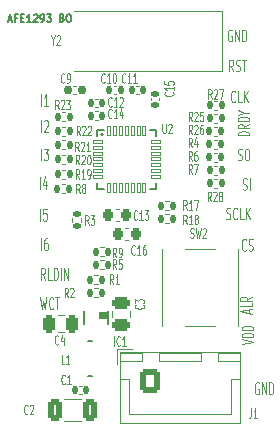
<source format=gto>
G04 #@! TF.GenerationSoftware,KiCad,Pcbnew,7.0.1*
G04 #@! TF.CreationDate,2023-04-11T16:46:25+02:00*
G04 #@! TF.ProjectId,AFE_03,4146455f-3033-42e6-9b69-6361645f7063,rev?*
G04 #@! TF.SameCoordinates,Original*
G04 #@! TF.FileFunction,Legend,Top*
G04 #@! TF.FilePolarity,Positive*
%FSLAX46Y46*%
G04 Gerber Fmt 4.6, Leading zero omitted, Abs format (unit mm)*
G04 Created by KiCad (PCBNEW 7.0.1) date 2023-04-11 16:46:25*
%MOMM*%
%LPD*%
G01*
G04 APERTURE LIST*
G04 Aperture macros list*
%AMRoundRect*
0 Rectangle with rounded corners*
0 $1 Rounding radius*
0 $2 $3 $4 $5 $6 $7 $8 $9 X,Y pos of 4 corners*
0 Add a 4 corners polygon primitive as box body*
4,1,4,$2,$3,$4,$5,$6,$7,$8,$9,$2,$3,0*
0 Add four circle primitives for the rounded corners*
1,1,$1+$1,$2,$3*
1,1,$1+$1,$4,$5*
1,1,$1+$1,$6,$7*
1,1,$1+$1,$8,$9*
0 Add four rect primitives between the rounded corners*
20,1,$1+$1,$2,$3,$4,$5,0*
20,1,$1+$1,$4,$5,$6,$7,0*
20,1,$1+$1,$6,$7,$8,$9,0*
20,1,$1+$1,$8,$9,$2,$3,0*%
G04 Aperture macros list end*
%ADD10C,0.150000*%
%ADD11C,0.100000*%
%ADD12C,0.125000*%
%ADD13C,0.127000*%
%ADD14C,0.200000*%
%ADD15C,0.120000*%
%ADD16C,0.010000*%
%ADD17RoundRect,0.008100X-0.421900X-0.126900X0.421900X-0.126900X0.421900X0.126900X-0.421900X0.126900X0*%
%ADD18RoundRect,0.008100X0.126900X-0.421900X0.126900X0.421900X-0.126900X0.421900X-0.126900X-0.421900X0*%
%ADD19R,3.000000X3.000000*%
%ADD20R,1.000000X2.900000*%
%ADD21RoundRect,0.250000X0.475000X-0.250000X0.475000X0.250000X-0.475000X0.250000X-0.475000X-0.250000X0*%
%ADD22R,1.300000X1.550000*%
%ADD23RoundRect,0.135000X-0.135000X-0.185000X0.135000X-0.185000X0.135000X0.185000X-0.135000X0.185000X0*%
%ADD24RoundRect,0.225000X-0.225000X-0.250000X0.225000X-0.250000X0.225000X0.250000X-0.225000X0.250000X0*%
%ADD25RoundRect,0.250000X-0.600000X-0.725000X0.600000X-0.725000X0.600000X0.725000X-0.600000X0.725000X0*%
%ADD26O,1.700000X1.950000*%
%ADD27RoundRect,0.250000X0.325000X0.650000X-0.325000X0.650000X-0.325000X-0.650000X0.325000X-0.650000X0*%
%ADD28RoundRect,0.140000X0.140000X0.170000X-0.140000X0.170000X-0.140000X-0.170000X0.140000X-0.170000X0*%
%ADD29RoundRect,0.140000X-0.140000X-0.170000X0.140000X-0.170000X0.140000X0.170000X-0.140000X0.170000X0*%
%ADD30R,4.500000X2.000000*%
%ADD31RoundRect,0.225000X0.225000X0.250000X-0.225000X0.250000X-0.225000X-0.250000X0.225000X-0.250000X0*%
%ADD32R,0.400000X0.700000*%
%ADD33RoundRect,0.250000X0.250000X0.475000X-0.250000X0.475000X-0.250000X-0.475000X0.250000X-0.475000X0*%
%ADD34RoundRect,0.135000X0.135000X0.185000X-0.135000X0.185000X-0.135000X-0.185000X0.135000X-0.185000X0*%
%ADD35RoundRect,0.140000X0.170000X-0.140000X0.170000X0.140000X-0.170000X0.140000X-0.170000X-0.140000X0*%
%ADD36RoundRect,0.155000X0.212500X0.155000X-0.212500X0.155000X-0.212500X-0.155000X0.212500X-0.155000X0*%
%ADD37RoundRect,0.135000X0.185000X-0.135000X0.185000X0.135000X-0.185000X0.135000X-0.185000X-0.135000X0*%
%ADD38R,1.700000X1.700000*%
%ADD39O,1.700000X1.700000*%
G04 APERTURE END LIST*
D10*
X88564285Y-35155142D02*
X88850000Y-35155142D01*
X88507142Y-35326571D02*
X88707142Y-34726571D01*
X88707142Y-34726571D02*
X88907142Y-35326571D01*
X89307143Y-35012285D02*
X89107143Y-35012285D01*
X89107143Y-35326571D02*
X89107143Y-34726571D01*
X89107143Y-34726571D02*
X89392857Y-34726571D01*
X89621429Y-35012285D02*
X89821429Y-35012285D01*
X89907143Y-35326571D02*
X89621429Y-35326571D01*
X89621429Y-35326571D02*
X89621429Y-34726571D01*
X89621429Y-34726571D02*
X89907143Y-34726571D01*
X90478571Y-35326571D02*
X90135714Y-35326571D01*
X90307143Y-35326571D02*
X90307143Y-34726571D01*
X90307143Y-34726571D02*
X90250000Y-34812285D01*
X90250000Y-34812285D02*
X90192857Y-34869428D01*
X90192857Y-34869428D02*
X90135714Y-34898000D01*
X90707143Y-34783714D02*
X90735715Y-34755142D01*
X90735715Y-34755142D02*
X90792858Y-34726571D01*
X90792858Y-34726571D02*
X90935715Y-34726571D01*
X90935715Y-34726571D02*
X90992858Y-34755142D01*
X90992858Y-34755142D02*
X91021429Y-34783714D01*
X91021429Y-34783714D02*
X91050000Y-34840857D01*
X91050000Y-34840857D02*
X91050000Y-34898000D01*
X91050000Y-34898000D02*
X91021429Y-34983714D01*
X91021429Y-34983714D02*
X90678572Y-35326571D01*
X90678572Y-35326571D02*
X91050000Y-35326571D01*
X91335715Y-35326571D02*
X91450001Y-35326571D01*
X91450001Y-35326571D02*
X91507144Y-35298000D01*
X91507144Y-35298000D02*
X91535715Y-35269428D01*
X91535715Y-35269428D02*
X91592858Y-35183714D01*
X91592858Y-35183714D02*
X91621429Y-35069428D01*
X91621429Y-35069428D02*
X91621429Y-34840857D01*
X91621429Y-34840857D02*
X91592858Y-34783714D01*
X91592858Y-34783714D02*
X91564287Y-34755142D01*
X91564287Y-34755142D02*
X91507144Y-34726571D01*
X91507144Y-34726571D02*
X91392858Y-34726571D01*
X91392858Y-34726571D02*
X91335715Y-34755142D01*
X91335715Y-34755142D02*
X91307144Y-34783714D01*
X91307144Y-34783714D02*
X91278572Y-34840857D01*
X91278572Y-34840857D02*
X91278572Y-34983714D01*
X91278572Y-34983714D02*
X91307144Y-35040857D01*
X91307144Y-35040857D02*
X91335715Y-35069428D01*
X91335715Y-35069428D02*
X91392858Y-35098000D01*
X91392858Y-35098000D02*
X91507144Y-35098000D01*
X91507144Y-35098000D02*
X91564287Y-35069428D01*
X91564287Y-35069428D02*
X91592858Y-35040857D01*
X91592858Y-35040857D02*
X91621429Y-34983714D01*
X91821430Y-34726571D02*
X92192858Y-34726571D01*
X92192858Y-34726571D02*
X91992858Y-34955142D01*
X91992858Y-34955142D02*
X92078573Y-34955142D01*
X92078573Y-34955142D02*
X92135716Y-34983714D01*
X92135716Y-34983714D02*
X92164287Y-35012285D01*
X92164287Y-35012285D02*
X92192858Y-35069428D01*
X92192858Y-35069428D02*
X92192858Y-35212285D01*
X92192858Y-35212285D02*
X92164287Y-35269428D01*
X92164287Y-35269428D02*
X92135716Y-35298000D01*
X92135716Y-35298000D02*
X92078573Y-35326571D01*
X92078573Y-35326571D02*
X91907144Y-35326571D01*
X91907144Y-35326571D02*
X91850001Y-35298000D01*
X91850001Y-35298000D02*
X91821430Y-35269428D01*
X93107145Y-35012285D02*
X93192859Y-35040857D01*
X93192859Y-35040857D02*
X93221430Y-35069428D01*
X93221430Y-35069428D02*
X93250002Y-35126571D01*
X93250002Y-35126571D02*
X93250002Y-35212285D01*
X93250002Y-35212285D02*
X93221430Y-35269428D01*
X93221430Y-35269428D02*
X93192859Y-35298000D01*
X93192859Y-35298000D02*
X93135716Y-35326571D01*
X93135716Y-35326571D02*
X92907145Y-35326571D01*
X92907145Y-35326571D02*
X92907145Y-34726571D01*
X92907145Y-34726571D02*
X93107145Y-34726571D01*
X93107145Y-34726571D02*
X93164288Y-34755142D01*
X93164288Y-34755142D02*
X93192859Y-34783714D01*
X93192859Y-34783714D02*
X93221430Y-34840857D01*
X93221430Y-34840857D02*
X93221430Y-34898000D01*
X93221430Y-34898000D02*
X93192859Y-34955142D01*
X93192859Y-34955142D02*
X93164288Y-34983714D01*
X93164288Y-34983714D02*
X93107145Y-35012285D01*
X93107145Y-35012285D02*
X92907145Y-35012285D01*
X93621430Y-34726571D02*
X93735716Y-34726571D01*
X93735716Y-34726571D02*
X93792859Y-34755142D01*
X93792859Y-34755142D02*
X93850002Y-34812285D01*
X93850002Y-34812285D02*
X93878573Y-34926571D01*
X93878573Y-34926571D02*
X93878573Y-35126571D01*
X93878573Y-35126571D02*
X93850002Y-35240857D01*
X93850002Y-35240857D02*
X93792859Y-35298000D01*
X93792859Y-35298000D02*
X93735716Y-35326571D01*
X93735716Y-35326571D02*
X93621430Y-35326571D01*
X93621430Y-35326571D02*
X93564288Y-35298000D01*
X93564288Y-35298000D02*
X93507145Y-35240857D01*
X93507145Y-35240857D02*
X93478573Y-35126571D01*
X93478573Y-35126571D02*
X93478573Y-34926571D01*
X93478573Y-34926571D02*
X93507145Y-34812285D01*
X93507145Y-34812285D02*
X93564288Y-34755142D01*
X93564288Y-34755142D02*
X93621430Y-34726571D01*
D11*
X91342857Y-44677619D02*
X91342857Y-43677619D01*
X91599999Y-43772857D02*
X91628571Y-43725238D01*
X91628571Y-43725238D02*
X91685714Y-43677619D01*
X91685714Y-43677619D02*
X91828571Y-43677619D01*
X91828571Y-43677619D02*
X91885714Y-43725238D01*
X91885714Y-43725238D02*
X91914285Y-43772857D01*
X91914285Y-43772857D02*
X91942856Y-43868095D01*
X91942856Y-43868095D02*
X91942856Y-43963333D01*
X91942856Y-43963333D02*
X91914285Y-44106190D01*
X91914285Y-44106190D02*
X91571428Y-44677619D01*
X91571428Y-44677619D02*
X91942856Y-44677619D01*
X107472682Y-36052764D02*
X107415540Y-36005145D01*
X107415540Y-36005145D02*
X107329825Y-36005145D01*
X107329825Y-36005145D02*
X107244111Y-36052764D01*
X107244111Y-36052764D02*
X107186968Y-36148002D01*
X107186968Y-36148002D02*
X107158397Y-36243240D01*
X107158397Y-36243240D02*
X107129825Y-36433716D01*
X107129825Y-36433716D02*
X107129825Y-36576573D01*
X107129825Y-36576573D02*
X107158397Y-36767049D01*
X107158397Y-36767049D02*
X107186968Y-36862287D01*
X107186968Y-36862287D02*
X107244111Y-36957526D01*
X107244111Y-36957526D02*
X107329825Y-37005145D01*
X107329825Y-37005145D02*
X107386968Y-37005145D01*
X107386968Y-37005145D02*
X107472682Y-36957526D01*
X107472682Y-36957526D02*
X107501254Y-36909906D01*
X107501254Y-36909906D02*
X107501254Y-36576573D01*
X107501254Y-36576573D02*
X107386968Y-36576573D01*
X107758397Y-37005145D02*
X107758397Y-36005145D01*
X107758397Y-36005145D02*
X108101254Y-37005145D01*
X108101254Y-37005145D02*
X108101254Y-36005145D01*
X108386968Y-37005145D02*
X108386968Y-36005145D01*
X108386968Y-36005145D02*
X108529825Y-36005145D01*
X108529825Y-36005145D02*
X108615539Y-36052764D01*
X108615539Y-36052764D02*
X108672682Y-36148002D01*
X108672682Y-36148002D02*
X108701253Y-36243240D01*
X108701253Y-36243240D02*
X108729825Y-36433716D01*
X108729825Y-36433716D02*
X108729825Y-36576573D01*
X108729825Y-36576573D02*
X108701253Y-36767049D01*
X108701253Y-36767049D02*
X108672682Y-36862287D01*
X108672682Y-36862287D02*
X108615539Y-36957526D01*
X108615539Y-36957526D02*
X108529825Y-37005145D01*
X108529825Y-37005145D02*
X108386968Y-37005145D01*
X91242857Y-49477619D02*
X91242857Y-48477619D01*
X91785714Y-48810952D02*
X91785714Y-49477619D01*
X91642856Y-48430000D02*
X91499999Y-49144285D01*
X91499999Y-49144285D02*
X91871428Y-49144285D01*
X108327619Y-62642857D02*
X109327619Y-62442857D01*
X109327619Y-62442857D02*
X108327619Y-62242857D01*
X109327619Y-62042856D02*
X108327619Y-62042856D01*
X108327619Y-62042856D02*
X108327619Y-61899999D01*
X108327619Y-61899999D02*
X108375238Y-61814285D01*
X108375238Y-61814285D02*
X108470476Y-61757142D01*
X108470476Y-61757142D02*
X108565714Y-61728571D01*
X108565714Y-61728571D02*
X108756190Y-61699999D01*
X108756190Y-61699999D02*
X108899047Y-61699999D01*
X108899047Y-61699999D02*
X109089523Y-61728571D01*
X109089523Y-61728571D02*
X109184761Y-61757142D01*
X109184761Y-61757142D02*
X109280000Y-61814285D01*
X109280000Y-61814285D02*
X109327619Y-61899999D01*
X109327619Y-61899999D02*
X109327619Y-62042856D01*
X109327619Y-61442856D02*
X108327619Y-61442856D01*
X108327619Y-61442856D02*
X108327619Y-61299999D01*
X108327619Y-61299999D02*
X108375238Y-61214285D01*
X108375238Y-61214285D02*
X108470476Y-61157142D01*
X108470476Y-61157142D02*
X108565714Y-61128571D01*
X108565714Y-61128571D02*
X108756190Y-61099999D01*
X108756190Y-61099999D02*
X108899047Y-61099999D01*
X108899047Y-61099999D02*
X109089523Y-61128571D01*
X109089523Y-61128571D02*
X109184761Y-61157142D01*
X109184761Y-61157142D02*
X109280000Y-61214285D01*
X109280000Y-61214285D02*
X109327619Y-61299999D01*
X109327619Y-61299999D02*
X109327619Y-61442856D01*
X108977619Y-44957142D02*
X107977619Y-44957142D01*
X107977619Y-44957142D02*
X107977619Y-44814285D01*
X107977619Y-44814285D02*
X108025238Y-44728571D01*
X108025238Y-44728571D02*
X108120476Y-44671428D01*
X108120476Y-44671428D02*
X108215714Y-44642857D01*
X108215714Y-44642857D02*
X108406190Y-44614285D01*
X108406190Y-44614285D02*
X108549047Y-44614285D01*
X108549047Y-44614285D02*
X108739523Y-44642857D01*
X108739523Y-44642857D02*
X108834761Y-44671428D01*
X108834761Y-44671428D02*
X108930000Y-44728571D01*
X108930000Y-44728571D02*
X108977619Y-44814285D01*
X108977619Y-44814285D02*
X108977619Y-44957142D01*
X108977619Y-44014285D02*
X108501428Y-44214285D01*
X108977619Y-44357142D02*
X107977619Y-44357142D01*
X107977619Y-44357142D02*
X107977619Y-44128571D01*
X107977619Y-44128571D02*
X108025238Y-44071428D01*
X108025238Y-44071428D02*
X108072857Y-44042857D01*
X108072857Y-44042857D02*
X108168095Y-44014285D01*
X108168095Y-44014285D02*
X108310952Y-44014285D01*
X108310952Y-44014285D02*
X108406190Y-44042857D01*
X108406190Y-44042857D02*
X108453809Y-44071428D01*
X108453809Y-44071428D02*
X108501428Y-44128571D01*
X108501428Y-44128571D02*
X108501428Y-44357142D01*
X108977619Y-43757142D02*
X107977619Y-43757142D01*
X107977619Y-43757142D02*
X107977619Y-43614285D01*
X107977619Y-43614285D02*
X108025238Y-43528571D01*
X108025238Y-43528571D02*
X108120476Y-43471428D01*
X108120476Y-43471428D02*
X108215714Y-43442857D01*
X108215714Y-43442857D02*
X108406190Y-43414285D01*
X108406190Y-43414285D02*
X108549047Y-43414285D01*
X108549047Y-43414285D02*
X108739523Y-43442857D01*
X108739523Y-43442857D02*
X108834761Y-43471428D01*
X108834761Y-43471428D02*
X108930000Y-43528571D01*
X108930000Y-43528571D02*
X108977619Y-43614285D01*
X108977619Y-43614285D02*
X108977619Y-43757142D01*
X108501428Y-43042857D02*
X108977619Y-43042857D01*
X107977619Y-43242857D02*
X108501428Y-43042857D01*
X108501428Y-43042857D02*
X107977619Y-42842857D01*
X107621417Y-39543032D02*
X107421417Y-39066841D01*
X107278560Y-39543032D02*
X107278560Y-38543032D01*
X107278560Y-38543032D02*
X107507131Y-38543032D01*
X107507131Y-38543032D02*
X107564274Y-38590651D01*
X107564274Y-38590651D02*
X107592845Y-38638270D01*
X107592845Y-38638270D02*
X107621417Y-38733508D01*
X107621417Y-38733508D02*
X107621417Y-38876365D01*
X107621417Y-38876365D02*
X107592845Y-38971603D01*
X107592845Y-38971603D02*
X107564274Y-39019222D01*
X107564274Y-39019222D02*
X107507131Y-39066841D01*
X107507131Y-39066841D02*
X107278560Y-39066841D01*
X107849988Y-39495413D02*
X107935703Y-39543032D01*
X107935703Y-39543032D02*
X108078560Y-39543032D01*
X108078560Y-39543032D02*
X108135703Y-39495413D01*
X108135703Y-39495413D02*
X108164274Y-39447793D01*
X108164274Y-39447793D02*
X108192845Y-39352555D01*
X108192845Y-39352555D02*
X108192845Y-39257317D01*
X108192845Y-39257317D02*
X108164274Y-39162079D01*
X108164274Y-39162079D02*
X108135703Y-39114460D01*
X108135703Y-39114460D02*
X108078560Y-39066841D01*
X108078560Y-39066841D02*
X107964274Y-39019222D01*
X107964274Y-39019222D02*
X107907131Y-38971603D01*
X107907131Y-38971603D02*
X107878560Y-38923984D01*
X107878560Y-38923984D02*
X107849988Y-38828746D01*
X107849988Y-38828746D02*
X107849988Y-38733508D01*
X107849988Y-38733508D02*
X107878560Y-38638270D01*
X107878560Y-38638270D02*
X107907131Y-38590651D01*
X107907131Y-38590651D02*
X107964274Y-38543032D01*
X107964274Y-38543032D02*
X108107131Y-38543032D01*
X108107131Y-38543032D02*
X108192845Y-38590651D01*
X108364274Y-38543032D02*
X108707132Y-38543032D01*
X108535703Y-39543032D02*
X108535703Y-38543032D01*
X107014285Y-52030000D02*
X107100000Y-52077619D01*
X107100000Y-52077619D02*
X107242857Y-52077619D01*
X107242857Y-52077619D02*
X107300000Y-52030000D01*
X107300000Y-52030000D02*
X107328571Y-51982380D01*
X107328571Y-51982380D02*
X107357142Y-51887142D01*
X107357142Y-51887142D02*
X107357142Y-51791904D01*
X107357142Y-51791904D02*
X107328571Y-51696666D01*
X107328571Y-51696666D02*
X107300000Y-51649047D01*
X107300000Y-51649047D02*
X107242857Y-51601428D01*
X107242857Y-51601428D02*
X107128571Y-51553809D01*
X107128571Y-51553809D02*
X107071428Y-51506190D01*
X107071428Y-51506190D02*
X107042857Y-51458571D01*
X107042857Y-51458571D02*
X107014285Y-51363333D01*
X107014285Y-51363333D02*
X107014285Y-51268095D01*
X107014285Y-51268095D02*
X107042857Y-51172857D01*
X107042857Y-51172857D02*
X107071428Y-51125238D01*
X107071428Y-51125238D02*
X107128571Y-51077619D01*
X107128571Y-51077619D02*
X107271428Y-51077619D01*
X107271428Y-51077619D02*
X107357142Y-51125238D01*
X107957143Y-51982380D02*
X107928571Y-52030000D01*
X107928571Y-52030000D02*
X107842857Y-52077619D01*
X107842857Y-52077619D02*
X107785714Y-52077619D01*
X107785714Y-52077619D02*
X107700000Y-52030000D01*
X107700000Y-52030000D02*
X107642857Y-51934761D01*
X107642857Y-51934761D02*
X107614286Y-51839523D01*
X107614286Y-51839523D02*
X107585714Y-51649047D01*
X107585714Y-51649047D02*
X107585714Y-51506190D01*
X107585714Y-51506190D02*
X107614286Y-51315714D01*
X107614286Y-51315714D02*
X107642857Y-51220476D01*
X107642857Y-51220476D02*
X107700000Y-51125238D01*
X107700000Y-51125238D02*
X107785714Y-51077619D01*
X107785714Y-51077619D02*
X107842857Y-51077619D01*
X107842857Y-51077619D02*
X107928571Y-51125238D01*
X107928571Y-51125238D02*
X107957143Y-51172857D01*
X108500000Y-52077619D02*
X108214286Y-52077619D01*
X108214286Y-52077619D02*
X108214286Y-51077619D01*
X108700000Y-52077619D02*
X108700000Y-51077619D01*
X109042857Y-52077619D02*
X108785714Y-51506190D01*
X109042857Y-51077619D02*
X108700000Y-51649047D01*
X109757142Y-65925238D02*
X109700000Y-65877619D01*
X109700000Y-65877619D02*
X109614285Y-65877619D01*
X109614285Y-65877619D02*
X109528571Y-65925238D01*
X109528571Y-65925238D02*
X109471428Y-66020476D01*
X109471428Y-66020476D02*
X109442857Y-66115714D01*
X109442857Y-66115714D02*
X109414285Y-66306190D01*
X109414285Y-66306190D02*
X109414285Y-66449047D01*
X109414285Y-66449047D02*
X109442857Y-66639523D01*
X109442857Y-66639523D02*
X109471428Y-66734761D01*
X109471428Y-66734761D02*
X109528571Y-66830000D01*
X109528571Y-66830000D02*
X109614285Y-66877619D01*
X109614285Y-66877619D02*
X109671428Y-66877619D01*
X109671428Y-66877619D02*
X109757142Y-66830000D01*
X109757142Y-66830000D02*
X109785714Y-66782380D01*
X109785714Y-66782380D02*
X109785714Y-66449047D01*
X109785714Y-66449047D02*
X109671428Y-66449047D01*
X110042857Y-66877619D02*
X110042857Y-65877619D01*
X110042857Y-65877619D02*
X110385714Y-66877619D01*
X110385714Y-66877619D02*
X110385714Y-65877619D01*
X110671428Y-66877619D02*
X110671428Y-65877619D01*
X110671428Y-65877619D02*
X110814285Y-65877619D01*
X110814285Y-65877619D02*
X110899999Y-65925238D01*
X110899999Y-65925238D02*
X110957142Y-66020476D01*
X110957142Y-66020476D02*
X110985713Y-66115714D01*
X110985713Y-66115714D02*
X111014285Y-66306190D01*
X111014285Y-66306190D02*
X111014285Y-66449047D01*
X111014285Y-66449047D02*
X110985713Y-66639523D01*
X110985713Y-66639523D02*
X110957142Y-66734761D01*
X110957142Y-66734761D02*
X110899999Y-66830000D01*
X110899999Y-66830000D02*
X110814285Y-66877619D01*
X110814285Y-66877619D02*
X110671428Y-66877619D01*
X91285714Y-58677619D02*
X91428571Y-59677619D01*
X91428571Y-59677619D02*
X91542857Y-58963333D01*
X91542857Y-58963333D02*
X91657142Y-59677619D01*
X91657142Y-59677619D02*
X91800000Y-58677619D01*
X92371428Y-59582380D02*
X92342856Y-59630000D01*
X92342856Y-59630000D02*
X92257142Y-59677619D01*
X92257142Y-59677619D02*
X92199999Y-59677619D01*
X92199999Y-59677619D02*
X92114285Y-59630000D01*
X92114285Y-59630000D02*
X92057142Y-59534761D01*
X92057142Y-59534761D02*
X92028571Y-59439523D01*
X92028571Y-59439523D02*
X91999999Y-59249047D01*
X91999999Y-59249047D02*
X91999999Y-59106190D01*
X91999999Y-59106190D02*
X92028571Y-58915714D01*
X92028571Y-58915714D02*
X92057142Y-58820476D01*
X92057142Y-58820476D02*
X92114285Y-58725238D01*
X92114285Y-58725238D02*
X92199999Y-58677619D01*
X92199999Y-58677619D02*
X92257142Y-58677619D01*
X92257142Y-58677619D02*
X92342856Y-58725238D01*
X92342856Y-58725238D02*
X92371428Y-58772857D01*
X92542856Y-58677619D02*
X92885714Y-58677619D01*
X92714285Y-59677619D02*
X92714285Y-58677619D01*
X108014285Y-47030000D02*
X108100000Y-47077619D01*
X108100000Y-47077619D02*
X108242857Y-47077619D01*
X108242857Y-47077619D02*
X108300000Y-47030000D01*
X108300000Y-47030000D02*
X108328571Y-46982380D01*
X108328571Y-46982380D02*
X108357142Y-46887142D01*
X108357142Y-46887142D02*
X108357142Y-46791904D01*
X108357142Y-46791904D02*
X108328571Y-46696666D01*
X108328571Y-46696666D02*
X108300000Y-46649047D01*
X108300000Y-46649047D02*
X108242857Y-46601428D01*
X108242857Y-46601428D02*
X108128571Y-46553809D01*
X108128571Y-46553809D02*
X108071428Y-46506190D01*
X108071428Y-46506190D02*
X108042857Y-46458571D01*
X108042857Y-46458571D02*
X108014285Y-46363333D01*
X108014285Y-46363333D02*
X108014285Y-46268095D01*
X108014285Y-46268095D02*
X108042857Y-46172857D01*
X108042857Y-46172857D02*
X108071428Y-46125238D01*
X108071428Y-46125238D02*
X108128571Y-46077619D01*
X108128571Y-46077619D02*
X108271428Y-46077619D01*
X108271428Y-46077619D02*
X108357142Y-46125238D01*
X108728571Y-46077619D02*
X108842857Y-46077619D01*
X108842857Y-46077619D02*
X108900000Y-46125238D01*
X108900000Y-46125238D02*
X108957143Y-46220476D01*
X108957143Y-46220476D02*
X108985714Y-46410952D01*
X108985714Y-46410952D02*
X108985714Y-46744285D01*
X108985714Y-46744285D02*
X108957143Y-46934761D01*
X108957143Y-46934761D02*
X108900000Y-47030000D01*
X108900000Y-47030000D02*
X108842857Y-47077619D01*
X108842857Y-47077619D02*
X108728571Y-47077619D01*
X108728571Y-47077619D02*
X108671429Y-47030000D01*
X108671429Y-47030000D02*
X108614286Y-46934761D01*
X108614286Y-46934761D02*
X108585714Y-46744285D01*
X108585714Y-46744285D02*
X108585714Y-46410952D01*
X108585714Y-46410952D02*
X108614286Y-46220476D01*
X108614286Y-46220476D02*
X108671429Y-46125238D01*
X108671429Y-46125238D02*
X108728571Y-46077619D01*
X91342857Y-42477619D02*
X91342857Y-41477619D01*
X91942856Y-42477619D02*
X91599999Y-42477619D01*
X91771428Y-42477619D02*
X91771428Y-41477619D01*
X91771428Y-41477619D02*
X91714285Y-41620476D01*
X91714285Y-41620476D02*
X91657142Y-41715714D01*
X91657142Y-41715714D02*
X91599999Y-41763333D01*
X108941904Y-59985714D02*
X108941904Y-59700000D01*
X109227619Y-60042857D02*
X108227619Y-59842857D01*
X108227619Y-59842857D02*
X109227619Y-59642857D01*
X109227619Y-59157142D02*
X109227619Y-59442856D01*
X109227619Y-59442856D02*
X108227619Y-59442856D01*
X109227619Y-58614285D02*
X108751428Y-58814285D01*
X109227619Y-58957142D02*
X108227619Y-58957142D01*
X108227619Y-58957142D02*
X108227619Y-58728571D01*
X108227619Y-58728571D02*
X108275238Y-58671428D01*
X108275238Y-58671428D02*
X108322857Y-58642857D01*
X108322857Y-58642857D02*
X108418095Y-58614285D01*
X108418095Y-58614285D02*
X108560952Y-58614285D01*
X108560952Y-58614285D02*
X108656190Y-58642857D01*
X108656190Y-58642857D02*
X108703809Y-58671428D01*
X108703809Y-58671428D02*
X108751428Y-58728571D01*
X108751428Y-58728571D02*
X108751428Y-58957142D01*
X91242857Y-52177619D02*
X91242857Y-51177619D01*
X91814285Y-51177619D02*
X91528571Y-51177619D01*
X91528571Y-51177619D02*
X91499999Y-51653809D01*
X91499999Y-51653809D02*
X91528571Y-51606190D01*
X91528571Y-51606190D02*
X91585714Y-51558571D01*
X91585714Y-51558571D02*
X91728571Y-51558571D01*
X91728571Y-51558571D02*
X91785714Y-51606190D01*
X91785714Y-51606190D02*
X91814285Y-51653809D01*
X91814285Y-51653809D02*
X91842856Y-51749047D01*
X91842856Y-51749047D02*
X91842856Y-51987142D01*
X91842856Y-51987142D02*
X91814285Y-52082380D01*
X91814285Y-52082380D02*
X91785714Y-52130000D01*
X91785714Y-52130000D02*
X91728571Y-52177619D01*
X91728571Y-52177619D02*
X91585714Y-52177619D01*
X91585714Y-52177619D02*
X91528571Y-52130000D01*
X91528571Y-52130000D02*
X91499999Y-52082380D01*
X91685714Y-57177619D02*
X91485714Y-56701428D01*
X91342857Y-57177619D02*
X91342857Y-56177619D01*
X91342857Y-56177619D02*
X91571428Y-56177619D01*
X91571428Y-56177619D02*
X91628571Y-56225238D01*
X91628571Y-56225238D02*
X91657142Y-56272857D01*
X91657142Y-56272857D02*
X91685714Y-56368095D01*
X91685714Y-56368095D02*
X91685714Y-56510952D01*
X91685714Y-56510952D02*
X91657142Y-56606190D01*
X91657142Y-56606190D02*
X91628571Y-56653809D01*
X91628571Y-56653809D02*
X91571428Y-56701428D01*
X91571428Y-56701428D02*
X91342857Y-56701428D01*
X92228571Y-57177619D02*
X91942857Y-57177619D01*
X91942857Y-57177619D02*
X91942857Y-56177619D01*
X92428571Y-57177619D02*
X92428571Y-56177619D01*
X92428571Y-56177619D02*
X92571428Y-56177619D01*
X92571428Y-56177619D02*
X92657142Y-56225238D01*
X92657142Y-56225238D02*
X92714285Y-56320476D01*
X92714285Y-56320476D02*
X92742856Y-56415714D01*
X92742856Y-56415714D02*
X92771428Y-56606190D01*
X92771428Y-56606190D02*
X92771428Y-56749047D01*
X92771428Y-56749047D02*
X92742856Y-56939523D01*
X92742856Y-56939523D02*
X92714285Y-57034761D01*
X92714285Y-57034761D02*
X92657142Y-57130000D01*
X92657142Y-57130000D02*
X92571428Y-57177619D01*
X92571428Y-57177619D02*
X92428571Y-57177619D01*
X93028571Y-57177619D02*
X93028571Y-56177619D01*
X93314285Y-57177619D02*
X93314285Y-56177619D01*
X93314285Y-56177619D02*
X93657142Y-57177619D01*
X93657142Y-57177619D02*
X93657142Y-56177619D01*
X91342857Y-54677619D02*
X91342857Y-53677619D01*
X91885714Y-53677619D02*
X91771428Y-53677619D01*
X91771428Y-53677619D02*
X91714285Y-53725238D01*
X91714285Y-53725238D02*
X91685714Y-53772857D01*
X91685714Y-53772857D02*
X91628571Y-53915714D01*
X91628571Y-53915714D02*
X91599999Y-54106190D01*
X91599999Y-54106190D02*
X91599999Y-54487142D01*
X91599999Y-54487142D02*
X91628571Y-54582380D01*
X91628571Y-54582380D02*
X91657142Y-54630000D01*
X91657142Y-54630000D02*
X91714285Y-54677619D01*
X91714285Y-54677619D02*
X91828571Y-54677619D01*
X91828571Y-54677619D02*
X91885714Y-54630000D01*
X91885714Y-54630000D02*
X91914285Y-54582380D01*
X91914285Y-54582380D02*
X91942856Y-54487142D01*
X91942856Y-54487142D02*
X91942856Y-54249047D01*
X91942856Y-54249047D02*
X91914285Y-54153809D01*
X91914285Y-54153809D02*
X91885714Y-54106190D01*
X91885714Y-54106190D02*
X91828571Y-54058571D01*
X91828571Y-54058571D02*
X91714285Y-54058571D01*
X91714285Y-54058571D02*
X91657142Y-54106190D01*
X91657142Y-54106190D02*
X91628571Y-54153809D01*
X91628571Y-54153809D02*
X91599999Y-54249047D01*
X107785714Y-42082380D02*
X107757142Y-42130000D01*
X107757142Y-42130000D02*
X107671428Y-42177619D01*
X107671428Y-42177619D02*
X107614285Y-42177619D01*
X107614285Y-42177619D02*
X107528571Y-42130000D01*
X107528571Y-42130000D02*
X107471428Y-42034761D01*
X107471428Y-42034761D02*
X107442857Y-41939523D01*
X107442857Y-41939523D02*
X107414285Y-41749047D01*
X107414285Y-41749047D02*
X107414285Y-41606190D01*
X107414285Y-41606190D02*
X107442857Y-41415714D01*
X107442857Y-41415714D02*
X107471428Y-41320476D01*
X107471428Y-41320476D02*
X107528571Y-41225238D01*
X107528571Y-41225238D02*
X107614285Y-41177619D01*
X107614285Y-41177619D02*
X107671428Y-41177619D01*
X107671428Y-41177619D02*
X107757142Y-41225238D01*
X107757142Y-41225238D02*
X107785714Y-41272857D01*
X108328571Y-42177619D02*
X108042857Y-42177619D01*
X108042857Y-42177619D02*
X108042857Y-41177619D01*
X108528571Y-42177619D02*
X108528571Y-41177619D01*
X108871428Y-42177619D02*
X108614285Y-41606190D01*
X108871428Y-41177619D02*
X108528571Y-41749047D01*
X108685714Y-54632380D02*
X108657142Y-54680000D01*
X108657142Y-54680000D02*
X108571428Y-54727619D01*
X108571428Y-54727619D02*
X108514285Y-54727619D01*
X108514285Y-54727619D02*
X108428571Y-54680000D01*
X108428571Y-54680000D02*
X108371428Y-54584761D01*
X108371428Y-54584761D02*
X108342857Y-54489523D01*
X108342857Y-54489523D02*
X108314285Y-54299047D01*
X108314285Y-54299047D02*
X108314285Y-54156190D01*
X108314285Y-54156190D02*
X108342857Y-53965714D01*
X108342857Y-53965714D02*
X108371428Y-53870476D01*
X108371428Y-53870476D02*
X108428571Y-53775238D01*
X108428571Y-53775238D02*
X108514285Y-53727619D01*
X108514285Y-53727619D02*
X108571428Y-53727619D01*
X108571428Y-53727619D02*
X108657142Y-53775238D01*
X108657142Y-53775238D02*
X108685714Y-53822857D01*
X108914285Y-54680000D02*
X109000000Y-54727619D01*
X109000000Y-54727619D02*
X109142857Y-54727619D01*
X109142857Y-54727619D02*
X109200000Y-54680000D01*
X109200000Y-54680000D02*
X109228571Y-54632380D01*
X109228571Y-54632380D02*
X109257142Y-54537142D01*
X109257142Y-54537142D02*
X109257142Y-54441904D01*
X109257142Y-54441904D02*
X109228571Y-54346666D01*
X109228571Y-54346666D02*
X109200000Y-54299047D01*
X109200000Y-54299047D02*
X109142857Y-54251428D01*
X109142857Y-54251428D02*
X109028571Y-54203809D01*
X109028571Y-54203809D02*
X108971428Y-54156190D01*
X108971428Y-54156190D02*
X108942857Y-54108571D01*
X108942857Y-54108571D02*
X108914285Y-54013333D01*
X108914285Y-54013333D02*
X108914285Y-53918095D01*
X108914285Y-53918095D02*
X108942857Y-53822857D01*
X108942857Y-53822857D02*
X108971428Y-53775238D01*
X108971428Y-53775238D02*
X109028571Y-53727619D01*
X109028571Y-53727619D02*
X109171428Y-53727619D01*
X109171428Y-53727619D02*
X109257142Y-53775238D01*
X91342857Y-47077619D02*
X91342857Y-46077619D01*
X91571428Y-46077619D02*
X91942856Y-46077619D01*
X91942856Y-46077619D02*
X91742856Y-46458571D01*
X91742856Y-46458571D02*
X91828571Y-46458571D01*
X91828571Y-46458571D02*
X91885714Y-46506190D01*
X91885714Y-46506190D02*
X91914285Y-46553809D01*
X91914285Y-46553809D02*
X91942856Y-46649047D01*
X91942856Y-46649047D02*
X91942856Y-46887142D01*
X91942856Y-46887142D02*
X91914285Y-46982380D01*
X91914285Y-46982380D02*
X91885714Y-47030000D01*
X91885714Y-47030000D02*
X91828571Y-47077619D01*
X91828571Y-47077619D02*
X91657142Y-47077619D01*
X91657142Y-47077619D02*
X91599999Y-47030000D01*
X91599999Y-47030000D02*
X91571428Y-46982380D01*
X108414285Y-49530000D02*
X108500000Y-49577619D01*
X108500000Y-49577619D02*
X108642857Y-49577619D01*
X108642857Y-49577619D02*
X108700000Y-49530000D01*
X108700000Y-49530000D02*
X108728571Y-49482380D01*
X108728571Y-49482380D02*
X108757142Y-49387142D01*
X108757142Y-49387142D02*
X108757142Y-49291904D01*
X108757142Y-49291904D02*
X108728571Y-49196666D01*
X108728571Y-49196666D02*
X108700000Y-49149047D01*
X108700000Y-49149047D02*
X108642857Y-49101428D01*
X108642857Y-49101428D02*
X108528571Y-49053809D01*
X108528571Y-49053809D02*
X108471428Y-49006190D01*
X108471428Y-49006190D02*
X108442857Y-48958571D01*
X108442857Y-48958571D02*
X108414285Y-48863333D01*
X108414285Y-48863333D02*
X108414285Y-48768095D01*
X108414285Y-48768095D02*
X108442857Y-48672857D01*
X108442857Y-48672857D02*
X108471428Y-48625238D01*
X108471428Y-48625238D02*
X108528571Y-48577619D01*
X108528571Y-48577619D02*
X108671428Y-48577619D01*
X108671428Y-48577619D02*
X108757142Y-48625238D01*
X109014286Y-49577619D02*
X109014286Y-48577619D01*
D12*
X101619047Y-43970095D02*
X101619047Y-44617714D01*
X101619047Y-44617714D02*
X101642857Y-44693904D01*
X101642857Y-44693904D02*
X101666666Y-44732000D01*
X101666666Y-44732000D02*
X101714285Y-44770095D01*
X101714285Y-44770095D02*
X101809523Y-44770095D01*
X101809523Y-44770095D02*
X101857142Y-44732000D01*
X101857142Y-44732000D02*
X101880952Y-44693904D01*
X101880952Y-44693904D02*
X101904761Y-44617714D01*
X101904761Y-44617714D02*
X101904761Y-43970095D01*
X102119048Y-44046285D02*
X102142857Y-44008190D01*
X102142857Y-44008190D02*
X102190476Y-43970095D01*
X102190476Y-43970095D02*
X102309524Y-43970095D01*
X102309524Y-43970095D02*
X102357143Y-44008190D01*
X102357143Y-44008190D02*
X102380952Y-44046285D01*
X102380952Y-44046285D02*
X102404762Y-44122476D01*
X102404762Y-44122476D02*
X102404762Y-44198666D01*
X102404762Y-44198666D02*
X102380952Y-44312952D01*
X102380952Y-44312952D02*
X102095238Y-44770095D01*
X102095238Y-44770095D02*
X102404762Y-44770095D01*
X93316666Y-64320095D02*
X93078571Y-64320095D01*
X93078571Y-64320095D02*
X93078571Y-63520095D01*
X93745238Y-64320095D02*
X93459524Y-64320095D01*
X93602381Y-64320095D02*
X93602381Y-63520095D01*
X93602381Y-63520095D02*
X93554762Y-63634380D01*
X93554762Y-63634380D02*
X93507143Y-63710571D01*
X93507143Y-63710571D02*
X93459524Y-63748666D01*
X99993904Y-59333333D02*
X100032000Y-59357142D01*
X100032000Y-59357142D02*
X100070095Y-59428571D01*
X100070095Y-59428571D02*
X100070095Y-59476190D01*
X100070095Y-59476190D02*
X100032000Y-59547618D01*
X100032000Y-59547618D02*
X99955809Y-59595237D01*
X99955809Y-59595237D02*
X99879619Y-59619047D01*
X99879619Y-59619047D02*
X99727238Y-59642856D01*
X99727238Y-59642856D02*
X99612952Y-59642856D01*
X99612952Y-59642856D02*
X99460571Y-59619047D01*
X99460571Y-59619047D02*
X99384380Y-59595237D01*
X99384380Y-59595237D02*
X99308190Y-59547618D01*
X99308190Y-59547618D02*
X99270095Y-59476190D01*
X99270095Y-59476190D02*
X99270095Y-59428571D01*
X99270095Y-59428571D02*
X99308190Y-59357142D01*
X99308190Y-59357142D02*
X99346285Y-59333333D01*
X99270095Y-59166666D02*
X99270095Y-58857142D01*
X99270095Y-58857142D02*
X99574857Y-59023809D01*
X99574857Y-59023809D02*
X99574857Y-58952380D01*
X99574857Y-58952380D02*
X99612952Y-58904761D01*
X99612952Y-58904761D02*
X99651047Y-58880952D01*
X99651047Y-58880952D02*
X99727238Y-58857142D01*
X99727238Y-58857142D02*
X99917714Y-58857142D01*
X99917714Y-58857142D02*
X99993904Y-58880952D01*
X99993904Y-58880952D02*
X100032000Y-58904761D01*
X100032000Y-58904761D02*
X100070095Y-58952380D01*
X100070095Y-58952380D02*
X100070095Y-59095237D01*
X100070095Y-59095237D02*
X100032000Y-59142856D01*
X100032000Y-59142856D02*
X99993904Y-59166666D01*
X103983334Y-53582000D02*
X104054762Y-53620095D01*
X104054762Y-53620095D02*
X104173810Y-53620095D01*
X104173810Y-53620095D02*
X104221429Y-53582000D01*
X104221429Y-53582000D02*
X104245238Y-53543904D01*
X104245238Y-53543904D02*
X104269048Y-53467714D01*
X104269048Y-53467714D02*
X104269048Y-53391523D01*
X104269048Y-53391523D02*
X104245238Y-53315333D01*
X104245238Y-53315333D02*
X104221429Y-53277238D01*
X104221429Y-53277238D02*
X104173810Y-53239142D01*
X104173810Y-53239142D02*
X104078572Y-53201047D01*
X104078572Y-53201047D02*
X104030953Y-53162952D01*
X104030953Y-53162952D02*
X104007143Y-53124857D01*
X104007143Y-53124857D02*
X103983334Y-53048666D01*
X103983334Y-53048666D02*
X103983334Y-52972476D01*
X103983334Y-52972476D02*
X104007143Y-52896285D01*
X104007143Y-52896285D02*
X104030953Y-52858190D01*
X104030953Y-52858190D02*
X104078572Y-52820095D01*
X104078572Y-52820095D02*
X104197619Y-52820095D01*
X104197619Y-52820095D02*
X104269048Y-52858190D01*
X104435714Y-52820095D02*
X104554762Y-53620095D01*
X104554762Y-53620095D02*
X104650000Y-53048666D01*
X104650000Y-53048666D02*
X104745238Y-53620095D01*
X104745238Y-53620095D02*
X104864286Y-52820095D01*
X105030953Y-52896285D02*
X105054762Y-52858190D01*
X105054762Y-52858190D02*
X105102381Y-52820095D01*
X105102381Y-52820095D02*
X105221429Y-52820095D01*
X105221429Y-52820095D02*
X105269048Y-52858190D01*
X105269048Y-52858190D02*
X105292857Y-52896285D01*
X105292857Y-52896285D02*
X105316667Y-52972476D01*
X105316667Y-52972476D02*
X105316667Y-53048666D01*
X105316667Y-53048666D02*
X105292857Y-53162952D01*
X105292857Y-53162952D02*
X105007143Y-53620095D01*
X105007143Y-53620095D02*
X105316667Y-53620095D01*
X94616666Y-49870095D02*
X94450000Y-49489142D01*
X94330952Y-49870095D02*
X94330952Y-49070095D01*
X94330952Y-49070095D02*
X94521428Y-49070095D01*
X94521428Y-49070095D02*
X94569047Y-49108190D01*
X94569047Y-49108190D02*
X94592857Y-49146285D01*
X94592857Y-49146285D02*
X94616666Y-49222476D01*
X94616666Y-49222476D02*
X94616666Y-49336761D01*
X94616666Y-49336761D02*
X94592857Y-49412952D01*
X94592857Y-49412952D02*
X94569047Y-49451047D01*
X94569047Y-49451047D02*
X94521428Y-49489142D01*
X94521428Y-49489142D02*
X94330952Y-49489142D01*
X94902381Y-49412952D02*
X94854762Y-49374857D01*
X94854762Y-49374857D02*
X94830952Y-49336761D01*
X94830952Y-49336761D02*
X94807143Y-49260571D01*
X94807143Y-49260571D02*
X94807143Y-49222476D01*
X94807143Y-49222476D02*
X94830952Y-49146285D01*
X94830952Y-49146285D02*
X94854762Y-49108190D01*
X94854762Y-49108190D02*
X94902381Y-49070095D01*
X94902381Y-49070095D02*
X94997619Y-49070095D01*
X94997619Y-49070095D02*
X95045238Y-49108190D01*
X95045238Y-49108190D02*
X95069047Y-49146285D01*
X95069047Y-49146285D02*
X95092857Y-49222476D01*
X95092857Y-49222476D02*
X95092857Y-49260571D01*
X95092857Y-49260571D02*
X95069047Y-49336761D01*
X95069047Y-49336761D02*
X95045238Y-49374857D01*
X95045238Y-49374857D02*
X94997619Y-49412952D01*
X94997619Y-49412952D02*
X94902381Y-49412952D01*
X94902381Y-49412952D02*
X94854762Y-49451047D01*
X94854762Y-49451047D02*
X94830952Y-49489142D01*
X94830952Y-49489142D02*
X94807143Y-49565333D01*
X94807143Y-49565333D02*
X94807143Y-49717714D01*
X94807143Y-49717714D02*
X94830952Y-49793904D01*
X94830952Y-49793904D02*
X94854762Y-49832000D01*
X94854762Y-49832000D02*
X94902381Y-49870095D01*
X94902381Y-49870095D02*
X94997619Y-49870095D01*
X94997619Y-49870095D02*
X95045238Y-49832000D01*
X95045238Y-49832000D02*
X95069047Y-49793904D01*
X95069047Y-49793904D02*
X95092857Y-49717714D01*
X95092857Y-49717714D02*
X95092857Y-49565333D01*
X95092857Y-49565333D02*
X95069047Y-49489142D01*
X95069047Y-49489142D02*
X95045238Y-49451047D01*
X95045238Y-49451047D02*
X94997619Y-49412952D01*
X99478571Y-52043904D02*
X99454762Y-52082000D01*
X99454762Y-52082000D02*
X99383333Y-52120095D01*
X99383333Y-52120095D02*
X99335714Y-52120095D01*
X99335714Y-52120095D02*
X99264286Y-52082000D01*
X99264286Y-52082000D02*
X99216667Y-52005809D01*
X99216667Y-52005809D02*
X99192857Y-51929619D01*
X99192857Y-51929619D02*
X99169048Y-51777238D01*
X99169048Y-51777238D02*
X99169048Y-51662952D01*
X99169048Y-51662952D02*
X99192857Y-51510571D01*
X99192857Y-51510571D02*
X99216667Y-51434380D01*
X99216667Y-51434380D02*
X99264286Y-51358190D01*
X99264286Y-51358190D02*
X99335714Y-51320095D01*
X99335714Y-51320095D02*
X99383333Y-51320095D01*
X99383333Y-51320095D02*
X99454762Y-51358190D01*
X99454762Y-51358190D02*
X99478571Y-51396285D01*
X99954762Y-52120095D02*
X99669048Y-52120095D01*
X99811905Y-52120095D02*
X99811905Y-51320095D01*
X99811905Y-51320095D02*
X99764286Y-51434380D01*
X99764286Y-51434380D02*
X99716667Y-51510571D01*
X99716667Y-51510571D02*
X99669048Y-51548666D01*
X100121428Y-51320095D02*
X100430952Y-51320095D01*
X100430952Y-51320095D02*
X100264285Y-51624857D01*
X100264285Y-51624857D02*
X100335714Y-51624857D01*
X100335714Y-51624857D02*
X100383333Y-51662952D01*
X100383333Y-51662952D02*
X100407142Y-51701047D01*
X100407142Y-51701047D02*
X100430952Y-51777238D01*
X100430952Y-51777238D02*
X100430952Y-51967714D01*
X100430952Y-51967714D02*
X100407142Y-52043904D01*
X100407142Y-52043904D02*
X100383333Y-52082000D01*
X100383333Y-52082000D02*
X100335714Y-52120095D01*
X100335714Y-52120095D02*
X100192857Y-52120095D01*
X100192857Y-52120095D02*
X100145238Y-52082000D01*
X100145238Y-52082000D02*
X100121428Y-52043904D01*
X109133333Y-68070095D02*
X109133333Y-68641523D01*
X109133333Y-68641523D02*
X109109524Y-68755809D01*
X109109524Y-68755809D02*
X109061905Y-68832000D01*
X109061905Y-68832000D02*
X108990476Y-68870095D01*
X108990476Y-68870095D02*
X108942857Y-68870095D01*
X109633333Y-68870095D02*
X109347619Y-68870095D01*
X109490476Y-68870095D02*
X109490476Y-68070095D01*
X109490476Y-68070095D02*
X109442857Y-68184380D01*
X109442857Y-68184380D02*
X109395238Y-68260571D01*
X109395238Y-68260571D02*
X109347619Y-68298666D01*
X97716666Y-55270095D02*
X97550000Y-54889142D01*
X97430952Y-55270095D02*
X97430952Y-54470095D01*
X97430952Y-54470095D02*
X97621428Y-54470095D01*
X97621428Y-54470095D02*
X97669047Y-54508190D01*
X97669047Y-54508190D02*
X97692857Y-54546285D01*
X97692857Y-54546285D02*
X97716666Y-54622476D01*
X97716666Y-54622476D02*
X97716666Y-54736761D01*
X97716666Y-54736761D02*
X97692857Y-54812952D01*
X97692857Y-54812952D02*
X97669047Y-54851047D01*
X97669047Y-54851047D02*
X97621428Y-54889142D01*
X97621428Y-54889142D02*
X97430952Y-54889142D01*
X97954762Y-55270095D02*
X98050000Y-55270095D01*
X98050000Y-55270095D02*
X98097619Y-55232000D01*
X98097619Y-55232000D02*
X98121428Y-55193904D01*
X98121428Y-55193904D02*
X98169047Y-55079619D01*
X98169047Y-55079619D02*
X98192857Y-54927238D01*
X98192857Y-54927238D02*
X98192857Y-54622476D01*
X98192857Y-54622476D02*
X98169047Y-54546285D01*
X98169047Y-54546285D02*
X98145238Y-54508190D01*
X98145238Y-54508190D02*
X98097619Y-54470095D01*
X98097619Y-54470095D02*
X98002381Y-54470095D01*
X98002381Y-54470095D02*
X97954762Y-54508190D01*
X97954762Y-54508190D02*
X97930952Y-54546285D01*
X97930952Y-54546285D02*
X97907143Y-54622476D01*
X97907143Y-54622476D02*
X97907143Y-54812952D01*
X97907143Y-54812952D02*
X97930952Y-54889142D01*
X97930952Y-54889142D02*
X97954762Y-54927238D01*
X97954762Y-54927238D02*
X98002381Y-54965333D01*
X98002381Y-54965333D02*
X98097619Y-54965333D01*
X98097619Y-54965333D02*
X98145238Y-54927238D01*
X98145238Y-54927238D02*
X98169047Y-54889142D01*
X98169047Y-54889142D02*
X98192857Y-54812952D01*
X94528571Y-46320095D02*
X94361905Y-45939142D01*
X94242857Y-46320095D02*
X94242857Y-45520095D01*
X94242857Y-45520095D02*
X94433333Y-45520095D01*
X94433333Y-45520095D02*
X94480952Y-45558190D01*
X94480952Y-45558190D02*
X94504762Y-45596285D01*
X94504762Y-45596285D02*
X94528571Y-45672476D01*
X94528571Y-45672476D02*
X94528571Y-45786761D01*
X94528571Y-45786761D02*
X94504762Y-45862952D01*
X94504762Y-45862952D02*
X94480952Y-45901047D01*
X94480952Y-45901047D02*
X94433333Y-45939142D01*
X94433333Y-45939142D02*
X94242857Y-45939142D01*
X94719048Y-45596285D02*
X94742857Y-45558190D01*
X94742857Y-45558190D02*
X94790476Y-45520095D01*
X94790476Y-45520095D02*
X94909524Y-45520095D01*
X94909524Y-45520095D02*
X94957143Y-45558190D01*
X94957143Y-45558190D02*
X94980952Y-45596285D01*
X94980952Y-45596285D02*
X95004762Y-45672476D01*
X95004762Y-45672476D02*
X95004762Y-45748666D01*
X95004762Y-45748666D02*
X94980952Y-45862952D01*
X94980952Y-45862952D02*
X94695238Y-46320095D01*
X94695238Y-46320095D02*
X95004762Y-46320095D01*
X95480952Y-46320095D02*
X95195238Y-46320095D01*
X95338095Y-46320095D02*
X95338095Y-45520095D01*
X95338095Y-45520095D02*
X95290476Y-45634380D01*
X95290476Y-45634380D02*
X95242857Y-45710571D01*
X95242857Y-45710571D02*
X95195238Y-45748666D01*
X90216666Y-68493904D02*
X90192857Y-68532000D01*
X90192857Y-68532000D02*
X90121428Y-68570095D01*
X90121428Y-68570095D02*
X90073809Y-68570095D01*
X90073809Y-68570095D02*
X90002381Y-68532000D01*
X90002381Y-68532000D02*
X89954762Y-68455809D01*
X89954762Y-68455809D02*
X89930952Y-68379619D01*
X89930952Y-68379619D02*
X89907143Y-68227238D01*
X89907143Y-68227238D02*
X89907143Y-68112952D01*
X89907143Y-68112952D02*
X89930952Y-67960571D01*
X89930952Y-67960571D02*
X89954762Y-67884380D01*
X89954762Y-67884380D02*
X90002381Y-67808190D01*
X90002381Y-67808190D02*
X90073809Y-67770095D01*
X90073809Y-67770095D02*
X90121428Y-67770095D01*
X90121428Y-67770095D02*
X90192857Y-67808190D01*
X90192857Y-67808190D02*
X90216666Y-67846285D01*
X90407143Y-67846285D02*
X90430952Y-67808190D01*
X90430952Y-67808190D02*
X90478571Y-67770095D01*
X90478571Y-67770095D02*
X90597619Y-67770095D01*
X90597619Y-67770095D02*
X90645238Y-67808190D01*
X90645238Y-67808190D02*
X90669047Y-67846285D01*
X90669047Y-67846285D02*
X90692857Y-67922476D01*
X90692857Y-67922476D02*
X90692857Y-67998666D01*
X90692857Y-67998666D02*
X90669047Y-68112952D01*
X90669047Y-68112952D02*
X90383333Y-68570095D01*
X90383333Y-68570095D02*
X90692857Y-68570095D01*
X94578571Y-48620095D02*
X94411905Y-48239142D01*
X94292857Y-48620095D02*
X94292857Y-47820095D01*
X94292857Y-47820095D02*
X94483333Y-47820095D01*
X94483333Y-47820095D02*
X94530952Y-47858190D01*
X94530952Y-47858190D02*
X94554762Y-47896285D01*
X94554762Y-47896285D02*
X94578571Y-47972476D01*
X94578571Y-47972476D02*
X94578571Y-48086761D01*
X94578571Y-48086761D02*
X94554762Y-48162952D01*
X94554762Y-48162952D02*
X94530952Y-48201047D01*
X94530952Y-48201047D02*
X94483333Y-48239142D01*
X94483333Y-48239142D02*
X94292857Y-48239142D01*
X95054762Y-48620095D02*
X94769048Y-48620095D01*
X94911905Y-48620095D02*
X94911905Y-47820095D01*
X94911905Y-47820095D02*
X94864286Y-47934380D01*
X94864286Y-47934380D02*
X94816667Y-48010571D01*
X94816667Y-48010571D02*
X94769048Y-48048666D01*
X95292857Y-48620095D02*
X95388095Y-48620095D01*
X95388095Y-48620095D02*
X95435714Y-48582000D01*
X95435714Y-48582000D02*
X95459523Y-48543904D01*
X95459523Y-48543904D02*
X95507142Y-48429619D01*
X95507142Y-48429619D02*
X95530952Y-48277238D01*
X95530952Y-48277238D02*
X95530952Y-47972476D01*
X95530952Y-47972476D02*
X95507142Y-47896285D01*
X95507142Y-47896285D02*
X95483333Y-47858190D01*
X95483333Y-47858190D02*
X95435714Y-47820095D01*
X95435714Y-47820095D02*
X95340476Y-47820095D01*
X95340476Y-47820095D02*
X95292857Y-47858190D01*
X95292857Y-47858190D02*
X95269047Y-47896285D01*
X95269047Y-47896285D02*
X95245238Y-47972476D01*
X95245238Y-47972476D02*
X95245238Y-48162952D01*
X95245238Y-48162952D02*
X95269047Y-48239142D01*
X95269047Y-48239142D02*
X95292857Y-48277238D01*
X95292857Y-48277238D02*
X95340476Y-48315333D01*
X95340476Y-48315333D02*
X95435714Y-48315333D01*
X95435714Y-48315333D02*
X95483333Y-48277238D01*
X95483333Y-48277238D02*
X95507142Y-48239142D01*
X95507142Y-48239142D02*
X95530952Y-48162952D01*
X103678571Y-52470095D02*
X103511905Y-52089142D01*
X103392857Y-52470095D02*
X103392857Y-51670095D01*
X103392857Y-51670095D02*
X103583333Y-51670095D01*
X103583333Y-51670095D02*
X103630952Y-51708190D01*
X103630952Y-51708190D02*
X103654762Y-51746285D01*
X103654762Y-51746285D02*
X103678571Y-51822476D01*
X103678571Y-51822476D02*
X103678571Y-51936761D01*
X103678571Y-51936761D02*
X103654762Y-52012952D01*
X103654762Y-52012952D02*
X103630952Y-52051047D01*
X103630952Y-52051047D02*
X103583333Y-52089142D01*
X103583333Y-52089142D02*
X103392857Y-52089142D01*
X104154762Y-52470095D02*
X103869048Y-52470095D01*
X104011905Y-52470095D02*
X104011905Y-51670095D01*
X104011905Y-51670095D02*
X103964286Y-51784380D01*
X103964286Y-51784380D02*
X103916667Y-51860571D01*
X103916667Y-51860571D02*
X103869048Y-51898666D01*
X104440476Y-52012952D02*
X104392857Y-51974857D01*
X104392857Y-51974857D02*
X104369047Y-51936761D01*
X104369047Y-51936761D02*
X104345238Y-51860571D01*
X104345238Y-51860571D02*
X104345238Y-51822476D01*
X104345238Y-51822476D02*
X104369047Y-51746285D01*
X104369047Y-51746285D02*
X104392857Y-51708190D01*
X104392857Y-51708190D02*
X104440476Y-51670095D01*
X104440476Y-51670095D02*
X104535714Y-51670095D01*
X104535714Y-51670095D02*
X104583333Y-51708190D01*
X104583333Y-51708190D02*
X104607142Y-51746285D01*
X104607142Y-51746285D02*
X104630952Y-51822476D01*
X104630952Y-51822476D02*
X104630952Y-51860571D01*
X104630952Y-51860571D02*
X104607142Y-51936761D01*
X104607142Y-51936761D02*
X104583333Y-51974857D01*
X104583333Y-51974857D02*
X104535714Y-52012952D01*
X104535714Y-52012952D02*
X104440476Y-52012952D01*
X104440476Y-52012952D02*
X104392857Y-52051047D01*
X104392857Y-52051047D02*
X104369047Y-52089142D01*
X104369047Y-52089142D02*
X104345238Y-52165333D01*
X104345238Y-52165333D02*
X104345238Y-52317714D01*
X104345238Y-52317714D02*
X104369047Y-52393904D01*
X104369047Y-52393904D02*
X104392857Y-52432000D01*
X104392857Y-52432000D02*
X104440476Y-52470095D01*
X104440476Y-52470095D02*
X104535714Y-52470095D01*
X104535714Y-52470095D02*
X104583333Y-52432000D01*
X104583333Y-52432000D02*
X104607142Y-52393904D01*
X104607142Y-52393904D02*
X104630952Y-52317714D01*
X104630952Y-52317714D02*
X104630952Y-52165333D01*
X104630952Y-52165333D02*
X104607142Y-52089142D01*
X104607142Y-52089142D02*
X104583333Y-52051047D01*
X104583333Y-52051047D02*
X104535714Y-52012952D01*
X94578571Y-47420095D02*
X94411905Y-47039142D01*
X94292857Y-47420095D02*
X94292857Y-46620095D01*
X94292857Y-46620095D02*
X94483333Y-46620095D01*
X94483333Y-46620095D02*
X94530952Y-46658190D01*
X94530952Y-46658190D02*
X94554762Y-46696285D01*
X94554762Y-46696285D02*
X94578571Y-46772476D01*
X94578571Y-46772476D02*
X94578571Y-46886761D01*
X94578571Y-46886761D02*
X94554762Y-46962952D01*
X94554762Y-46962952D02*
X94530952Y-47001047D01*
X94530952Y-47001047D02*
X94483333Y-47039142D01*
X94483333Y-47039142D02*
X94292857Y-47039142D01*
X94769048Y-46696285D02*
X94792857Y-46658190D01*
X94792857Y-46658190D02*
X94840476Y-46620095D01*
X94840476Y-46620095D02*
X94959524Y-46620095D01*
X94959524Y-46620095D02*
X95007143Y-46658190D01*
X95007143Y-46658190D02*
X95030952Y-46696285D01*
X95030952Y-46696285D02*
X95054762Y-46772476D01*
X95054762Y-46772476D02*
X95054762Y-46848666D01*
X95054762Y-46848666D02*
X95030952Y-46962952D01*
X95030952Y-46962952D02*
X94745238Y-47420095D01*
X94745238Y-47420095D02*
X95054762Y-47420095D01*
X95364285Y-46620095D02*
X95411904Y-46620095D01*
X95411904Y-46620095D02*
X95459523Y-46658190D01*
X95459523Y-46658190D02*
X95483333Y-46696285D01*
X95483333Y-46696285D02*
X95507142Y-46772476D01*
X95507142Y-46772476D02*
X95530952Y-46924857D01*
X95530952Y-46924857D02*
X95530952Y-47115333D01*
X95530952Y-47115333D02*
X95507142Y-47267714D01*
X95507142Y-47267714D02*
X95483333Y-47343904D01*
X95483333Y-47343904D02*
X95459523Y-47382000D01*
X95459523Y-47382000D02*
X95411904Y-47420095D01*
X95411904Y-47420095D02*
X95364285Y-47420095D01*
X95364285Y-47420095D02*
X95316666Y-47382000D01*
X95316666Y-47382000D02*
X95292857Y-47343904D01*
X95292857Y-47343904D02*
X95269047Y-47267714D01*
X95269047Y-47267714D02*
X95245238Y-47115333D01*
X95245238Y-47115333D02*
X95245238Y-46924857D01*
X95245238Y-46924857D02*
X95269047Y-46772476D01*
X95269047Y-46772476D02*
X95292857Y-46696285D01*
X95292857Y-46696285D02*
X95316666Y-46658190D01*
X95316666Y-46658190D02*
X95364285Y-46620095D01*
X93366666Y-65943904D02*
X93342857Y-65982000D01*
X93342857Y-65982000D02*
X93271428Y-66020095D01*
X93271428Y-66020095D02*
X93223809Y-66020095D01*
X93223809Y-66020095D02*
X93152381Y-65982000D01*
X93152381Y-65982000D02*
X93104762Y-65905809D01*
X93104762Y-65905809D02*
X93080952Y-65829619D01*
X93080952Y-65829619D02*
X93057143Y-65677238D01*
X93057143Y-65677238D02*
X93057143Y-65562952D01*
X93057143Y-65562952D02*
X93080952Y-65410571D01*
X93080952Y-65410571D02*
X93104762Y-65334380D01*
X93104762Y-65334380D02*
X93152381Y-65258190D01*
X93152381Y-65258190D02*
X93223809Y-65220095D01*
X93223809Y-65220095D02*
X93271428Y-65220095D01*
X93271428Y-65220095D02*
X93342857Y-65258190D01*
X93342857Y-65258190D02*
X93366666Y-65296285D01*
X93842857Y-66020095D02*
X93557143Y-66020095D01*
X93700000Y-66020095D02*
X93700000Y-65220095D01*
X93700000Y-65220095D02*
X93652381Y-65334380D01*
X93652381Y-65334380D02*
X93604762Y-65410571D01*
X93604762Y-65410571D02*
X93557143Y-65448666D01*
X104128571Y-44870095D02*
X103961905Y-44489142D01*
X103842857Y-44870095D02*
X103842857Y-44070095D01*
X103842857Y-44070095D02*
X104033333Y-44070095D01*
X104033333Y-44070095D02*
X104080952Y-44108190D01*
X104080952Y-44108190D02*
X104104762Y-44146285D01*
X104104762Y-44146285D02*
X104128571Y-44222476D01*
X104128571Y-44222476D02*
X104128571Y-44336761D01*
X104128571Y-44336761D02*
X104104762Y-44412952D01*
X104104762Y-44412952D02*
X104080952Y-44451047D01*
X104080952Y-44451047D02*
X104033333Y-44489142D01*
X104033333Y-44489142D02*
X103842857Y-44489142D01*
X104319048Y-44146285D02*
X104342857Y-44108190D01*
X104342857Y-44108190D02*
X104390476Y-44070095D01*
X104390476Y-44070095D02*
X104509524Y-44070095D01*
X104509524Y-44070095D02*
X104557143Y-44108190D01*
X104557143Y-44108190D02*
X104580952Y-44146285D01*
X104580952Y-44146285D02*
X104604762Y-44222476D01*
X104604762Y-44222476D02*
X104604762Y-44298666D01*
X104604762Y-44298666D02*
X104580952Y-44412952D01*
X104580952Y-44412952D02*
X104295238Y-44870095D01*
X104295238Y-44870095D02*
X104604762Y-44870095D01*
X105033333Y-44070095D02*
X104938095Y-44070095D01*
X104938095Y-44070095D02*
X104890476Y-44108190D01*
X104890476Y-44108190D02*
X104866666Y-44146285D01*
X104866666Y-44146285D02*
X104819047Y-44260571D01*
X104819047Y-44260571D02*
X104795238Y-44412952D01*
X104795238Y-44412952D02*
X104795238Y-44717714D01*
X104795238Y-44717714D02*
X104819047Y-44793904D01*
X104819047Y-44793904D02*
X104842857Y-44832000D01*
X104842857Y-44832000D02*
X104890476Y-44870095D01*
X104890476Y-44870095D02*
X104985714Y-44870095D01*
X104985714Y-44870095D02*
X105033333Y-44832000D01*
X105033333Y-44832000D02*
X105057142Y-44793904D01*
X105057142Y-44793904D02*
X105080952Y-44717714D01*
X105080952Y-44717714D02*
X105080952Y-44527238D01*
X105080952Y-44527238D02*
X105057142Y-44451047D01*
X105057142Y-44451047D02*
X105033333Y-44412952D01*
X105033333Y-44412952D02*
X104985714Y-44374857D01*
X104985714Y-44374857D02*
X104890476Y-44374857D01*
X104890476Y-44374857D02*
X104842857Y-44412952D01*
X104842857Y-44412952D02*
X104819047Y-44451047D01*
X104819047Y-44451047D02*
X104795238Y-44527238D01*
X96728571Y-40443904D02*
X96704762Y-40482000D01*
X96704762Y-40482000D02*
X96633333Y-40520095D01*
X96633333Y-40520095D02*
X96585714Y-40520095D01*
X96585714Y-40520095D02*
X96514286Y-40482000D01*
X96514286Y-40482000D02*
X96466667Y-40405809D01*
X96466667Y-40405809D02*
X96442857Y-40329619D01*
X96442857Y-40329619D02*
X96419048Y-40177238D01*
X96419048Y-40177238D02*
X96419048Y-40062952D01*
X96419048Y-40062952D02*
X96442857Y-39910571D01*
X96442857Y-39910571D02*
X96466667Y-39834380D01*
X96466667Y-39834380D02*
X96514286Y-39758190D01*
X96514286Y-39758190D02*
X96585714Y-39720095D01*
X96585714Y-39720095D02*
X96633333Y-39720095D01*
X96633333Y-39720095D02*
X96704762Y-39758190D01*
X96704762Y-39758190D02*
X96728571Y-39796285D01*
X97204762Y-40520095D02*
X96919048Y-40520095D01*
X97061905Y-40520095D02*
X97061905Y-39720095D01*
X97061905Y-39720095D02*
X97014286Y-39834380D01*
X97014286Y-39834380D02*
X96966667Y-39910571D01*
X96966667Y-39910571D02*
X96919048Y-39948666D01*
X97514285Y-39720095D02*
X97561904Y-39720095D01*
X97561904Y-39720095D02*
X97609523Y-39758190D01*
X97609523Y-39758190D02*
X97633333Y-39796285D01*
X97633333Y-39796285D02*
X97657142Y-39872476D01*
X97657142Y-39872476D02*
X97680952Y-40024857D01*
X97680952Y-40024857D02*
X97680952Y-40215333D01*
X97680952Y-40215333D02*
X97657142Y-40367714D01*
X97657142Y-40367714D02*
X97633333Y-40443904D01*
X97633333Y-40443904D02*
X97609523Y-40482000D01*
X97609523Y-40482000D02*
X97561904Y-40520095D01*
X97561904Y-40520095D02*
X97514285Y-40520095D01*
X97514285Y-40520095D02*
X97466666Y-40482000D01*
X97466666Y-40482000D02*
X97442857Y-40443904D01*
X97442857Y-40443904D02*
X97419047Y-40367714D01*
X97419047Y-40367714D02*
X97395238Y-40215333D01*
X97395238Y-40215333D02*
X97395238Y-40024857D01*
X97395238Y-40024857D02*
X97419047Y-39872476D01*
X97419047Y-39872476D02*
X97442857Y-39796285D01*
X97442857Y-39796285D02*
X97466666Y-39758190D01*
X97466666Y-39758190D02*
X97514285Y-39720095D01*
X92361905Y-36889142D02*
X92361905Y-37270095D01*
X92195239Y-36470095D02*
X92361905Y-36889142D01*
X92361905Y-36889142D02*
X92528572Y-36470095D01*
X92671429Y-36546285D02*
X92695238Y-36508190D01*
X92695238Y-36508190D02*
X92742857Y-36470095D01*
X92742857Y-36470095D02*
X92861905Y-36470095D01*
X92861905Y-36470095D02*
X92909524Y-36508190D01*
X92909524Y-36508190D02*
X92933333Y-36546285D01*
X92933333Y-36546285D02*
X92957143Y-36622476D01*
X92957143Y-36622476D02*
X92957143Y-36698666D01*
X92957143Y-36698666D02*
X92933333Y-36812952D01*
X92933333Y-36812952D02*
X92647619Y-37270095D01*
X92647619Y-37270095D02*
X92957143Y-37270095D01*
X99278571Y-54993904D02*
X99254762Y-55032000D01*
X99254762Y-55032000D02*
X99183333Y-55070095D01*
X99183333Y-55070095D02*
X99135714Y-55070095D01*
X99135714Y-55070095D02*
X99064286Y-55032000D01*
X99064286Y-55032000D02*
X99016667Y-54955809D01*
X99016667Y-54955809D02*
X98992857Y-54879619D01*
X98992857Y-54879619D02*
X98969048Y-54727238D01*
X98969048Y-54727238D02*
X98969048Y-54612952D01*
X98969048Y-54612952D02*
X98992857Y-54460571D01*
X98992857Y-54460571D02*
X99016667Y-54384380D01*
X99016667Y-54384380D02*
X99064286Y-54308190D01*
X99064286Y-54308190D02*
X99135714Y-54270095D01*
X99135714Y-54270095D02*
X99183333Y-54270095D01*
X99183333Y-54270095D02*
X99254762Y-54308190D01*
X99254762Y-54308190D02*
X99278571Y-54346285D01*
X99754762Y-55070095D02*
X99469048Y-55070095D01*
X99611905Y-55070095D02*
X99611905Y-54270095D01*
X99611905Y-54270095D02*
X99564286Y-54384380D01*
X99564286Y-54384380D02*
X99516667Y-54460571D01*
X99516667Y-54460571D02*
X99469048Y-54498666D01*
X100183333Y-54270095D02*
X100088095Y-54270095D01*
X100088095Y-54270095D02*
X100040476Y-54308190D01*
X100040476Y-54308190D02*
X100016666Y-54346285D01*
X100016666Y-54346285D02*
X99969047Y-54460571D01*
X99969047Y-54460571D02*
X99945238Y-54612952D01*
X99945238Y-54612952D02*
X99945238Y-54917714D01*
X99945238Y-54917714D02*
X99969047Y-54993904D01*
X99969047Y-54993904D02*
X99992857Y-55032000D01*
X99992857Y-55032000D02*
X100040476Y-55070095D01*
X100040476Y-55070095D02*
X100135714Y-55070095D01*
X100135714Y-55070095D02*
X100183333Y-55032000D01*
X100183333Y-55032000D02*
X100207142Y-54993904D01*
X100207142Y-54993904D02*
X100230952Y-54917714D01*
X100230952Y-54917714D02*
X100230952Y-54727238D01*
X100230952Y-54727238D02*
X100207142Y-54651047D01*
X100207142Y-54651047D02*
X100183333Y-54612952D01*
X100183333Y-54612952D02*
X100135714Y-54574857D01*
X100135714Y-54574857D02*
X100040476Y-54574857D01*
X100040476Y-54574857D02*
X99992857Y-54612952D01*
X99992857Y-54612952D02*
X99969047Y-54651047D01*
X99969047Y-54651047D02*
X99945238Y-54727238D01*
X97511905Y-62770095D02*
X97511905Y-61970095D01*
X98035714Y-62693904D02*
X98011905Y-62732000D01*
X98011905Y-62732000D02*
X97940476Y-62770095D01*
X97940476Y-62770095D02*
X97892857Y-62770095D01*
X97892857Y-62770095D02*
X97821429Y-62732000D01*
X97821429Y-62732000D02*
X97773810Y-62655809D01*
X97773810Y-62655809D02*
X97750000Y-62579619D01*
X97750000Y-62579619D02*
X97726191Y-62427238D01*
X97726191Y-62427238D02*
X97726191Y-62312952D01*
X97726191Y-62312952D02*
X97750000Y-62160571D01*
X97750000Y-62160571D02*
X97773810Y-62084380D01*
X97773810Y-62084380D02*
X97821429Y-62008190D01*
X97821429Y-62008190D02*
X97892857Y-61970095D01*
X97892857Y-61970095D02*
X97940476Y-61970095D01*
X97940476Y-61970095D02*
X98011905Y-62008190D01*
X98011905Y-62008190D02*
X98035714Y-62046285D01*
X98511905Y-62770095D02*
X98226191Y-62770095D01*
X98369048Y-62770095D02*
X98369048Y-61970095D01*
X98369048Y-61970095D02*
X98321429Y-62084380D01*
X98321429Y-62084380D02*
X98273810Y-62160571D01*
X98273810Y-62160571D02*
X98226191Y-62198666D01*
X104128571Y-43770095D02*
X103961905Y-43389142D01*
X103842857Y-43770095D02*
X103842857Y-42970095D01*
X103842857Y-42970095D02*
X104033333Y-42970095D01*
X104033333Y-42970095D02*
X104080952Y-43008190D01*
X104080952Y-43008190D02*
X104104762Y-43046285D01*
X104104762Y-43046285D02*
X104128571Y-43122476D01*
X104128571Y-43122476D02*
X104128571Y-43236761D01*
X104128571Y-43236761D02*
X104104762Y-43312952D01*
X104104762Y-43312952D02*
X104080952Y-43351047D01*
X104080952Y-43351047D02*
X104033333Y-43389142D01*
X104033333Y-43389142D02*
X103842857Y-43389142D01*
X104319048Y-43046285D02*
X104342857Y-43008190D01*
X104342857Y-43008190D02*
X104390476Y-42970095D01*
X104390476Y-42970095D02*
X104509524Y-42970095D01*
X104509524Y-42970095D02*
X104557143Y-43008190D01*
X104557143Y-43008190D02*
X104580952Y-43046285D01*
X104580952Y-43046285D02*
X104604762Y-43122476D01*
X104604762Y-43122476D02*
X104604762Y-43198666D01*
X104604762Y-43198666D02*
X104580952Y-43312952D01*
X104580952Y-43312952D02*
X104295238Y-43770095D01*
X104295238Y-43770095D02*
X104604762Y-43770095D01*
X105057142Y-42970095D02*
X104819047Y-42970095D01*
X104819047Y-42970095D02*
X104795238Y-43351047D01*
X104795238Y-43351047D02*
X104819047Y-43312952D01*
X104819047Y-43312952D02*
X104866666Y-43274857D01*
X104866666Y-43274857D02*
X104985714Y-43274857D01*
X104985714Y-43274857D02*
X105033333Y-43312952D01*
X105033333Y-43312952D02*
X105057142Y-43351047D01*
X105057142Y-43351047D02*
X105080952Y-43427238D01*
X105080952Y-43427238D02*
X105080952Y-43617714D01*
X105080952Y-43617714D02*
X105057142Y-43693904D01*
X105057142Y-43693904D02*
X105033333Y-43732000D01*
X105033333Y-43732000D02*
X104985714Y-43770095D01*
X104985714Y-43770095D02*
X104866666Y-43770095D01*
X104866666Y-43770095D02*
X104819047Y-43732000D01*
X104819047Y-43732000D02*
X104795238Y-43693904D01*
X98478571Y-40443904D02*
X98454762Y-40482000D01*
X98454762Y-40482000D02*
X98383333Y-40520095D01*
X98383333Y-40520095D02*
X98335714Y-40520095D01*
X98335714Y-40520095D02*
X98264286Y-40482000D01*
X98264286Y-40482000D02*
X98216667Y-40405809D01*
X98216667Y-40405809D02*
X98192857Y-40329619D01*
X98192857Y-40329619D02*
X98169048Y-40177238D01*
X98169048Y-40177238D02*
X98169048Y-40062952D01*
X98169048Y-40062952D02*
X98192857Y-39910571D01*
X98192857Y-39910571D02*
X98216667Y-39834380D01*
X98216667Y-39834380D02*
X98264286Y-39758190D01*
X98264286Y-39758190D02*
X98335714Y-39720095D01*
X98335714Y-39720095D02*
X98383333Y-39720095D01*
X98383333Y-39720095D02*
X98454762Y-39758190D01*
X98454762Y-39758190D02*
X98478571Y-39796285D01*
X98954762Y-40520095D02*
X98669048Y-40520095D01*
X98811905Y-40520095D02*
X98811905Y-39720095D01*
X98811905Y-39720095D02*
X98764286Y-39834380D01*
X98764286Y-39834380D02*
X98716667Y-39910571D01*
X98716667Y-39910571D02*
X98669048Y-39948666D01*
X99430952Y-40520095D02*
X99145238Y-40520095D01*
X99288095Y-40520095D02*
X99288095Y-39720095D01*
X99288095Y-39720095D02*
X99240476Y-39834380D01*
X99240476Y-39834380D02*
X99192857Y-39910571D01*
X99192857Y-39910571D02*
X99145238Y-39948666D01*
X104116666Y-47120095D02*
X103950000Y-46739142D01*
X103830952Y-47120095D02*
X103830952Y-46320095D01*
X103830952Y-46320095D02*
X104021428Y-46320095D01*
X104021428Y-46320095D02*
X104069047Y-46358190D01*
X104069047Y-46358190D02*
X104092857Y-46396285D01*
X104092857Y-46396285D02*
X104116666Y-46472476D01*
X104116666Y-46472476D02*
X104116666Y-46586761D01*
X104116666Y-46586761D02*
X104092857Y-46662952D01*
X104092857Y-46662952D02*
X104069047Y-46701047D01*
X104069047Y-46701047D02*
X104021428Y-46739142D01*
X104021428Y-46739142D02*
X103830952Y-46739142D01*
X104545238Y-46320095D02*
X104450000Y-46320095D01*
X104450000Y-46320095D02*
X104402381Y-46358190D01*
X104402381Y-46358190D02*
X104378571Y-46396285D01*
X104378571Y-46396285D02*
X104330952Y-46510571D01*
X104330952Y-46510571D02*
X104307143Y-46662952D01*
X104307143Y-46662952D02*
X104307143Y-46967714D01*
X104307143Y-46967714D02*
X104330952Y-47043904D01*
X104330952Y-47043904D02*
X104354762Y-47082000D01*
X104354762Y-47082000D02*
X104402381Y-47120095D01*
X104402381Y-47120095D02*
X104497619Y-47120095D01*
X104497619Y-47120095D02*
X104545238Y-47082000D01*
X104545238Y-47082000D02*
X104569047Y-47043904D01*
X104569047Y-47043904D02*
X104592857Y-46967714D01*
X104592857Y-46967714D02*
X104592857Y-46777238D01*
X104592857Y-46777238D02*
X104569047Y-46701047D01*
X104569047Y-46701047D02*
X104545238Y-46662952D01*
X104545238Y-46662952D02*
X104497619Y-46624857D01*
X104497619Y-46624857D02*
X104402381Y-46624857D01*
X104402381Y-46624857D02*
X104354762Y-46662952D01*
X104354762Y-46662952D02*
X104330952Y-46701047D01*
X104330952Y-46701047D02*
X104307143Y-46777238D01*
X92816666Y-62593904D02*
X92792857Y-62632000D01*
X92792857Y-62632000D02*
X92721428Y-62670095D01*
X92721428Y-62670095D02*
X92673809Y-62670095D01*
X92673809Y-62670095D02*
X92602381Y-62632000D01*
X92602381Y-62632000D02*
X92554762Y-62555809D01*
X92554762Y-62555809D02*
X92530952Y-62479619D01*
X92530952Y-62479619D02*
X92507143Y-62327238D01*
X92507143Y-62327238D02*
X92507143Y-62212952D01*
X92507143Y-62212952D02*
X92530952Y-62060571D01*
X92530952Y-62060571D02*
X92554762Y-61984380D01*
X92554762Y-61984380D02*
X92602381Y-61908190D01*
X92602381Y-61908190D02*
X92673809Y-61870095D01*
X92673809Y-61870095D02*
X92721428Y-61870095D01*
X92721428Y-61870095D02*
X92792857Y-61908190D01*
X92792857Y-61908190D02*
X92816666Y-61946285D01*
X93245238Y-62136761D02*
X93245238Y-62670095D01*
X93126190Y-61832000D02*
X93007143Y-62403428D01*
X93007143Y-62403428D02*
X93316666Y-62403428D01*
X105728571Y-50520095D02*
X105561905Y-50139142D01*
X105442857Y-50520095D02*
X105442857Y-49720095D01*
X105442857Y-49720095D02*
X105633333Y-49720095D01*
X105633333Y-49720095D02*
X105680952Y-49758190D01*
X105680952Y-49758190D02*
X105704762Y-49796285D01*
X105704762Y-49796285D02*
X105728571Y-49872476D01*
X105728571Y-49872476D02*
X105728571Y-49986761D01*
X105728571Y-49986761D02*
X105704762Y-50062952D01*
X105704762Y-50062952D02*
X105680952Y-50101047D01*
X105680952Y-50101047D02*
X105633333Y-50139142D01*
X105633333Y-50139142D02*
X105442857Y-50139142D01*
X105919048Y-49796285D02*
X105942857Y-49758190D01*
X105942857Y-49758190D02*
X105990476Y-49720095D01*
X105990476Y-49720095D02*
X106109524Y-49720095D01*
X106109524Y-49720095D02*
X106157143Y-49758190D01*
X106157143Y-49758190D02*
X106180952Y-49796285D01*
X106180952Y-49796285D02*
X106204762Y-49872476D01*
X106204762Y-49872476D02*
X106204762Y-49948666D01*
X106204762Y-49948666D02*
X106180952Y-50062952D01*
X106180952Y-50062952D02*
X105895238Y-50520095D01*
X105895238Y-50520095D02*
X106204762Y-50520095D01*
X106490476Y-50062952D02*
X106442857Y-50024857D01*
X106442857Y-50024857D02*
X106419047Y-49986761D01*
X106419047Y-49986761D02*
X106395238Y-49910571D01*
X106395238Y-49910571D02*
X106395238Y-49872476D01*
X106395238Y-49872476D02*
X106419047Y-49796285D01*
X106419047Y-49796285D02*
X106442857Y-49758190D01*
X106442857Y-49758190D02*
X106490476Y-49720095D01*
X106490476Y-49720095D02*
X106585714Y-49720095D01*
X106585714Y-49720095D02*
X106633333Y-49758190D01*
X106633333Y-49758190D02*
X106657142Y-49796285D01*
X106657142Y-49796285D02*
X106680952Y-49872476D01*
X106680952Y-49872476D02*
X106680952Y-49910571D01*
X106680952Y-49910571D02*
X106657142Y-49986761D01*
X106657142Y-49986761D02*
X106633333Y-50024857D01*
X106633333Y-50024857D02*
X106585714Y-50062952D01*
X106585714Y-50062952D02*
X106490476Y-50062952D01*
X106490476Y-50062952D02*
X106442857Y-50101047D01*
X106442857Y-50101047D02*
X106419047Y-50139142D01*
X106419047Y-50139142D02*
X106395238Y-50215333D01*
X106395238Y-50215333D02*
X106395238Y-50367714D01*
X106395238Y-50367714D02*
X106419047Y-50443904D01*
X106419047Y-50443904D02*
X106442857Y-50482000D01*
X106442857Y-50482000D02*
X106490476Y-50520095D01*
X106490476Y-50520095D02*
X106585714Y-50520095D01*
X106585714Y-50520095D02*
X106633333Y-50482000D01*
X106633333Y-50482000D02*
X106657142Y-50443904D01*
X106657142Y-50443904D02*
X106680952Y-50367714D01*
X106680952Y-50367714D02*
X106680952Y-50215333D01*
X106680952Y-50215333D02*
X106657142Y-50139142D01*
X106657142Y-50139142D02*
X106633333Y-50101047D01*
X106633333Y-50101047D02*
X106585714Y-50062952D01*
X102493904Y-41321428D02*
X102532000Y-41345237D01*
X102532000Y-41345237D02*
X102570095Y-41416666D01*
X102570095Y-41416666D02*
X102570095Y-41464285D01*
X102570095Y-41464285D02*
X102532000Y-41535713D01*
X102532000Y-41535713D02*
X102455809Y-41583332D01*
X102455809Y-41583332D02*
X102379619Y-41607142D01*
X102379619Y-41607142D02*
X102227238Y-41630951D01*
X102227238Y-41630951D02*
X102112952Y-41630951D01*
X102112952Y-41630951D02*
X101960571Y-41607142D01*
X101960571Y-41607142D02*
X101884380Y-41583332D01*
X101884380Y-41583332D02*
X101808190Y-41535713D01*
X101808190Y-41535713D02*
X101770095Y-41464285D01*
X101770095Y-41464285D02*
X101770095Y-41416666D01*
X101770095Y-41416666D02*
X101808190Y-41345237D01*
X101808190Y-41345237D02*
X101846285Y-41321428D01*
X102570095Y-40845237D02*
X102570095Y-41130951D01*
X102570095Y-40988094D02*
X101770095Y-40988094D01*
X101770095Y-40988094D02*
X101884380Y-41035713D01*
X101884380Y-41035713D02*
X101960571Y-41083332D01*
X101960571Y-41083332D02*
X101998666Y-41130951D01*
X101770095Y-40392857D02*
X101770095Y-40630952D01*
X101770095Y-40630952D02*
X102151047Y-40654761D01*
X102151047Y-40654761D02*
X102112952Y-40630952D01*
X102112952Y-40630952D02*
X102074857Y-40583333D01*
X102074857Y-40583333D02*
X102074857Y-40464285D01*
X102074857Y-40464285D02*
X102112952Y-40416666D01*
X102112952Y-40416666D02*
X102151047Y-40392857D01*
X102151047Y-40392857D02*
X102227238Y-40369047D01*
X102227238Y-40369047D02*
X102417714Y-40369047D01*
X102417714Y-40369047D02*
X102493904Y-40392857D01*
X102493904Y-40392857D02*
X102532000Y-40416666D01*
X102532000Y-40416666D02*
X102570095Y-40464285D01*
X102570095Y-40464285D02*
X102570095Y-40583333D01*
X102570095Y-40583333D02*
X102532000Y-40630952D01*
X102532000Y-40630952D02*
X102493904Y-40654761D01*
X97328571Y-42443904D02*
X97304762Y-42482000D01*
X97304762Y-42482000D02*
X97233333Y-42520095D01*
X97233333Y-42520095D02*
X97185714Y-42520095D01*
X97185714Y-42520095D02*
X97114286Y-42482000D01*
X97114286Y-42482000D02*
X97066667Y-42405809D01*
X97066667Y-42405809D02*
X97042857Y-42329619D01*
X97042857Y-42329619D02*
X97019048Y-42177238D01*
X97019048Y-42177238D02*
X97019048Y-42062952D01*
X97019048Y-42062952D02*
X97042857Y-41910571D01*
X97042857Y-41910571D02*
X97066667Y-41834380D01*
X97066667Y-41834380D02*
X97114286Y-41758190D01*
X97114286Y-41758190D02*
X97185714Y-41720095D01*
X97185714Y-41720095D02*
X97233333Y-41720095D01*
X97233333Y-41720095D02*
X97304762Y-41758190D01*
X97304762Y-41758190D02*
X97328571Y-41796285D01*
X97804762Y-42520095D02*
X97519048Y-42520095D01*
X97661905Y-42520095D02*
X97661905Y-41720095D01*
X97661905Y-41720095D02*
X97614286Y-41834380D01*
X97614286Y-41834380D02*
X97566667Y-41910571D01*
X97566667Y-41910571D02*
X97519048Y-41948666D01*
X97995238Y-41796285D02*
X98019047Y-41758190D01*
X98019047Y-41758190D02*
X98066666Y-41720095D01*
X98066666Y-41720095D02*
X98185714Y-41720095D01*
X98185714Y-41720095D02*
X98233333Y-41758190D01*
X98233333Y-41758190D02*
X98257142Y-41796285D01*
X98257142Y-41796285D02*
X98280952Y-41872476D01*
X98280952Y-41872476D02*
X98280952Y-41948666D01*
X98280952Y-41948666D02*
X98257142Y-42062952D01*
X98257142Y-42062952D02*
X97971428Y-42520095D01*
X97971428Y-42520095D02*
X98280952Y-42520095D01*
X97328571Y-43443904D02*
X97304762Y-43482000D01*
X97304762Y-43482000D02*
X97233333Y-43520095D01*
X97233333Y-43520095D02*
X97185714Y-43520095D01*
X97185714Y-43520095D02*
X97114286Y-43482000D01*
X97114286Y-43482000D02*
X97066667Y-43405809D01*
X97066667Y-43405809D02*
X97042857Y-43329619D01*
X97042857Y-43329619D02*
X97019048Y-43177238D01*
X97019048Y-43177238D02*
X97019048Y-43062952D01*
X97019048Y-43062952D02*
X97042857Y-42910571D01*
X97042857Y-42910571D02*
X97066667Y-42834380D01*
X97066667Y-42834380D02*
X97114286Y-42758190D01*
X97114286Y-42758190D02*
X97185714Y-42720095D01*
X97185714Y-42720095D02*
X97233333Y-42720095D01*
X97233333Y-42720095D02*
X97304762Y-42758190D01*
X97304762Y-42758190D02*
X97328571Y-42796285D01*
X97804762Y-43520095D02*
X97519048Y-43520095D01*
X97661905Y-43520095D02*
X97661905Y-42720095D01*
X97661905Y-42720095D02*
X97614286Y-42834380D01*
X97614286Y-42834380D02*
X97566667Y-42910571D01*
X97566667Y-42910571D02*
X97519048Y-42948666D01*
X98233333Y-42986761D02*
X98233333Y-43520095D01*
X98114285Y-42682000D02*
X97995238Y-43253428D01*
X97995238Y-43253428D02*
X98304761Y-43253428D01*
X94628571Y-44970095D02*
X94461905Y-44589142D01*
X94342857Y-44970095D02*
X94342857Y-44170095D01*
X94342857Y-44170095D02*
X94533333Y-44170095D01*
X94533333Y-44170095D02*
X94580952Y-44208190D01*
X94580952Y-44208190D02*
X94604762Y-44246285D01*
X94604762Y-44246285D02*
X94628571Y-44322476D01*
X94628571Y-44322476D02*
X94628571Y-44436761D01*
X94628571Y-44436761D02*
X94604762Y-44512952D01*
X94604762Y-44512952D02*
X94580952Y-44551047D01*
X94580952Y-44551047D02*
X94533333Y-44589142D01*
X94533333Y-44589142D02*
X94342857Y-44589142D01*
X94819048Y-44246285D02*
X94842857Y-44208190D01*
X94842857Y-44208190D02*
X94890476Y-44170095D01*
X94890476Y-44170095D02*
X95009524Y-44170095D01*
X95009524Y-44170095D02*
X95057143Y-44208190D01*
X95057143Y-44208190D02*
X95080952Y-44246285D01*
X95080952Y-44246285D02*
X95104762Y-44322476D01*
X95104762Y-44322476D02*
X95104762Y-44398666D01*
X95104762Y-44398666D02*
X95080952Y-44512952D01*
X95080952Y-44512952D02*
X94795238Y-44970095D01*
X94795238Y-44970095D02*
X95104762Y-44970095D01*
X95295238Y-44246285D02*
X95319047Y-44208190D01*
X95319047Y-44208190D02*
X95366666Y-44170095D01*
X95366666Y-44170095D02*
X95485714Y-44170095D01*
X95485714Y-44170095D02*
X95533333Y-44208190D01*
X95533333Y-44208190D02*
X95557142Y-44246285D01*
X95557142Y-44246285D02*
X95580952Y-44322476D01*
X95580952Y-44322476D02*
X95580952Y-44398666D01*
X95580952Y-44398666D02*
X95557142Y-44512952D01*
X95557142Y-44512952D02*
X95271428Y-44970095D01*
X95271428Y-44970095D02*
X95580952Y-44970095D01*
X97466666Y-57520095D02*
X97300000Y-57139142D01*
X97180952Y-57520095D02*
X97180952Y-56720095D01*
X97180952Y-56720095D02*
X97371428Y-56720095D01*
X97371428Y-56720095D02*
X97419047Y-56758190D01*
X97419047Y-56758190D02*
X97442857Y-56796285D01*
X97442857Y-56796285D02*
X97466666Y-56872476D01*
X97466666Y-56872476D02*
X97466666Y-56986761D01*
X97466666Y-56986761D02*
X97442857Y-57062952D01*
X97442857Y-57062952D02*
X97419047Y-57101047D01*
X97419047Y-57101047D02*
X97371428Y-57139142D01*
X97371428Y-57139142D02*
X97180952Y-57139142D01*
X97942857Y-57520095D02*
X97657143Y-57520095D01*
X97800000Y-57520095D02*
X97800000Y-56720095D01*
X97800000Y-56720095D02*
X97752381Y-56834380D01*
X97752381Y-56834380D02*
X97704762Y-56910571D01*
X97704762Y-56910571D02*
X97657143Y-56948666D01*
X93316666Y-40443904D02*
X93292857Y-40482000D01*
X93292857Y-40482000D02*
X93221428Y-40520095D01*
X93221428Y-40520095D02*
X93173809Y-40520095D01*
X93173809Y-40520095D02*
X93102381Y-40482000D01*
X93102381Y-40482000D02*
X93054762Y-40405809D01*
X93054762Y-40405809D02*
X93030952Y-40329619D01*
X93030952Y-40329619D02*
X93007143Y-40177238D01*
X93007143Y-40177238D02*
X93007143Y-40062952D01*
X93007143Y-40062952D02*
X93030952Y-39910571D01*
X93030952Y-39910571D02*
X93054762Y-39834380D01*
X93054762Y-39834380D02*
X93102381Y-39758190D01*
X93102381Y-39758190D02*
X93173809Y-39720095D01*
X93173809Y-39720095D02*
X93221428Y-39720095D01*
X93221428Y-39720095D02*
X93292857Y-39758190D01*
X93292857Y-39758190D02*
X93316666Y-39796285D01*
X93554762Y-40520095D02*
X93650000Y-40520095D01*
X93650000Y-40520095D02*
X93697619Y-40482000D01*
X93697619Y-40482000D02*
X93721428Y-40443904D01*
X93721428Y-40443904D02*
X93769047Y-40329619D01*
X93769047Y-40329619D02*
X93792857Y-40177238D01*
X93792857Y-40177238D02*
X93792857Y-39872476D01*
X93792857Y-39872476D02*
X93769047Y-39796285D01*
X93769047Y-39796285D02*
X93745238Y-39758190D01*
X93745238Y-39758190D02*
X93697619Y-39720095D01*
X93697619Y-39720095D02*
X93602381Y-39720095D01*
X93602381Y-39720095D02*
X93554762Y-39758190D01*
X93554762Y-39758190D02*
X93530952Y-39796285D01*
X93530952Y-39796285D02*
X93507143Y-39872476D01*
X93507143Y-39872476D02*
X93507143Y-40062952D01*
X93507143Y-40062952D02*
X93530952Y-40139142D01*
X93530952Y-40139142D02*
X93554762Y-40177238D01*
X93554762Y-40177238D02*
X93602381Y-40215333D01*
X93602381Y-40215333D02*
X93697619Y-40215333D01*
X93697619Y-40215333D02*
X93745238Y-40177238D01*
X93745238Y-40177238D02*
X93769047Y-40139142D01*
X93769047Y-40139142D02*
X93792857Y-40062952D01*
X93616666Y-58670095D02*
X93450000Y-58289142D01*
X93330952Y-58670095D02*
X93330952Y-57870095D01*
X93330952Y-57870095D02*
X93521428Y-57870095D01*
X93521428Y-57870095D02*
X93569047Y-57908190D01*
X93569047Y-57908190D02*
X93592857Y-57946285D01*
X93592857Y-57946285D02*
X93616666Y-58022476D01*
X93616666Y-58022476D02*
X93616666Y-58136761D01*
X93616666Y-58136761D02*
X93592857Y-58212952D01*
X93592857Y-58212952D02*
X93569047Y-58251047D01*
X93569047Y-58251047D02*
X93521428Y-58289142D01*
X93521428Y-58289142D02*
X93330952Y-58289142D01*
X93807143Y-57946285D02*
X93830952Y-57908190D01*
X93830952Y-57908190D02*
X93878571Y-57870095D01*
X93878571Y-57870095D02*
X93997619Y-57870095D01*
X93997619Y-57870095D02*
X94045238Y-57908190D01*
X94045238Y-57908190D02*
X94069047Y-57946285D01*
X94069047Y-57946285D02*
X94092857Y-58022476D01*
X94092857Y-58022476D02*
X94092857Y-58098666D01*
X94092857Y-58098666D02*
X94069047Y-58212952D01*
X94069047Y-58212952D02*
X93783333Y-58670095D01*
X93783333Y-58670095D02*
X94092857Y-58670095D01*
X104116666Y-48220095D02*
X103950000Y-47839142D01*
X103830952Y-48220095D02*
X103830952Y-47420095D01*
X103830952Y-47420095D02*
X104021428Y-47420095D01*
X104021428Y-47420095D02*
X104069047Y-47458190D01*
X104069047Y-47458190D02*
X104092857Y-47496285D01*
X104092857Y-47496285D02*
X104116666Y-47572476D01*
X104116666Y-47572476D02*
X104116666Y-47686761D01*
X104116666Y-47686761D02*
X104092857Y-47762952D01*
X104092857Y-47762952D02*
X104069047Y-47801047D01*
X104069047Y-47801047D02*
X104021428Y-47839142D01*
X104021428Y-47839142D02*
X103830952Y-47839142D01*
X104283333Y-47420095D02*
X104616666Y-47420095D01*
X104616666Y-47420095D02*
X104402381Y-48220095D01*
X92828571Y-42770095D02*
X92661905Y-42389142D01*
X92542857Y-42770095D02*
X92542857Y-41970095D01*
X92542857Y-41970095D02*
X92733333Y-41970095D01*
X92733333Y-41970095D02*
X92780952Y-42008190D01*
X92780952Y-42008190D02*
X92804762Y-42046285D01*
X92804762Y-42046285D02*
X92828571Y-42122476D01*
X92828571Y-42122476D02*
X92828571Y-42236761D01*
X92828571Y-42236761D02*
X92804762Y-42312952D01*
X92804762Y-42312952D02*
X92780952Y-42351047D01*
X92780952Y-42351047D02*
X92733333Y-42389142D01*
X92733333Y-42389142D02*
X92542857Y-42389142D01*
X93019048Y-42046285D02*
X93042857Y-42008190D01*
X93042857Y-42008190D02*
X93090476Y-41970095D01*
X93090476Y-41970095D02*
X93209524Y-41970095D01*
X93209524Y-41970095D02*
X93257143Y-42008190D01*
X93257143Y-42008190D02*
X93280952Y-42046285D01*
X93280952Y-42046285D02*
X93304762Y-42122476D01*
X93304762Y-42122476D02*
X93304762Y-42198666D01*
X93304762Y-42198666D02*
X93280952Y-42312952D01*
X93280952Y-42312952D02*
X92995238Y-42770095D01*
X92995238Y-42770095D02*
X93304762Y-42770095D01*
X93471428Y-41970095D02*
X93780952Y-41970095D01*
X93780952Y-41970095D02*
X93614285Y-42274857D01*
X93614285Y-42274857D02*
X93685714Y-42274857D01*
X93685714Y-42274857D02*
X93733333Y-42312952D01*
X93733333Y-42312952D02*
X93757142Y-42351047D01*
X93757142Y-42351047D02*
X93780952Y-42427238D01*
X93780952Y-42427238D02*
X93780952Y-42617714D01*
X93780952Y-42617714D02*
X93757142Y-42693904D01*
X93757142Y-42693904D02*
X93733333Y-42732000D01*
X93733333Y-42732000D02*
X93685714Y-42770095D01*
X93685714Y-42770095D02*
X93542857Y-42770095D01*
X93542857Y-42770095D02*
X93495238Y-42732000D01*
X93495238Y-42732000D02*
X93471428Y-42693904D01*
X104116666Y-45970095D02*
X103950000Y-45589142D01*
X103830952Y-45970095D02*
X103830952Y-45170095D01*
X103830952Y-45170095D02*
X104021428Y-45170095D01*
X104021428Y-45170095D02*
X104069047Y-45208190D01*
X104069047Y-45208190D02*
X104092857Y-45246285D01*
X104092857Y-45246285D02*
X104116666Y-45322476D01*
X104116666Y-45322476D02*
X104116666Y-45436761D01*
X104116666Y-45436761D02*
X104092857Y-45512952D01*
X104092857Y-45512952D02*
X104069047Y-45551047D01*
X104069047Y-45551047D02*
X104021428Y-45589142D01*
X104021428Y-45589142D02*
X103830952Y-45589142D01*
X104545238Y-45436761D02*
X104545238Y-45970095D01*
X104426190Y-45132000D02*
X104307143Y-45703428D01*
X104307143Y-45703428D02*
X104616666Y-45703428D01*
X95366666Y-52520095D02*
X95200000Y-52139142D01*
X95080952Y-52520095D02*
X95080952Y-51720095D01*
X95080952Y-51720095D02*
X95271428Y-51720095D01*
X95271428Y-51720095D02*
X95319047Y-51758190D01*
X95319047Y-51758190D02*
X95342857Y-51796285D01*
X95342857Y-51796285D02*
X95366666Y-51872476D01*
X95366666Y-51872476D02*
X95366666Y-51986761D01*
X95366666Y-51986761D02*
X95342857Y-52062952D01*
X95342857Y-52062952D02*
X95319047Y-52101047D01*
X95319047Y-52101047D02*
X95271428Y-52139142D01*
X95271428Y-52139142D02*
X95080952Y-52139142D01*
X95533333Y-51720095D02*
X95842857Y-51720095D01*
X95842857Y-51720095D02*
X95676190Y-52024857D01*
X95676190Y-52024857D02*
X95747619Y-52024857D01*
X95747619Y-52024857D02*
X95795238Y-52062952D01*
X95795238Y-52062952D02*
X95819047Y-52101047D01*
X95819047Y-52101047D02*
X95842857Y-52177238D01*
X95842857Y-52177238D02*
X95842857Y-52367714D01*
X95842857Y-52367714D02*
X95819047Y-52443904D01*
X95819047Y-52443904D02*
X95795238Y-52482000D01*
X95795238Y-52482000D02*
X95747619Y-52520095D01*
X95747619Y-52520095D02*
X95604762Y-52520095D01*
X95604762Y-52520095D02*
X95557143Y-52482000D01*
X95557143Y-52482000D02*
X95533333Y-52443904D01*
X105778571Y-41870095D02*
X105611905Y-41489142D01*
X105492857Y-41870095D02*
X105492857Y-41070095D01*
X105492857Y-41070095D02*
X105683333Y-41070095D01*
X105683333Y-41070095D02*
X105730952Y-41108190D01*
X105730952Y-41108190D02*
X105754762Y-41146285D01*
X105754762Y-41146285D02*
X105778571Y-41222476D01*
X105778571Y-41222476D02*
X105778571Y-41336761D01*
X105778571Y-41336761D02*
X105754762Y-41412952D01*
X105754762Y-41412952D02*
X105730952Y-41451047D01*
X105730952Y-41451047D02*
X105683333Y-41489142D01*
X105683333Y-41489142D02*
X105492857Y-41489142D01*
X105969048Y-41146285D02*
X105992857Y-41108190D01*
X105992857Y-41108190D02*
X106040476Y-41070095D01*
X106040476Y-41070095D02*
X106159524Y-41070095D01*
X106159524Y-41070095D02*
X106207143Y-41108190D01*
X106207143Y-41108190D02*
X106230952Y-41146285D01*
X106230952Y-41146285D02*
X106254762Y-41222476D01*
X106254762Y-41222476D02*
X106254762Y-41298666D01*
X106254762Y-41298666D02*
X106230952Y-41412952D01*
X106230952Y-41412952D02*
X105945238Y-41870095D01*
X105945238Y-41870095D02*
X106254762Y-41870095D01*
X106421428Y-41070095D02*
X106754761Y-41070095D01*
X106754761Y-41070095D02*
X106540476Y-41870095D01*
X103678571Y-51270095D02*
X103511905Y-50889142D01*
X103392857Y-51270095D02*
X103392857Y-50470095D01*
X103392857Y-50470095D02*
X103583333Y-50470095D01*
X103583333Y-50470095D02*
X103630952Y-50508190D01*
X103630952Y-50508190D02*
X103654762Y-50546285D01*
X103654762Y-50546285D02*
X103678571Y-50622476D01*
X103678571Y-50622476D02*
X103678571Y-50736761D01*
X103678571Y-50736761D02*
X103654762Y-50812952D01*
X103654762Y-50812952D02*
X103630952Y-50851047D01*
X103630952Y-50851047D02*
X103583333Y-50889142D01*
X103583333Y-50889142D02*
X103392857Y-50889142D01*
X104154762Y-51270095D02*
X103869048Y-51270095D01*
X104011905Y-51270095D02*
X104011905Y-50470095D01*
X104011905Y-50470095D02*
X103964286Y-50584380D01*
X103964286Y-50584380D02*
X103916667Y-50660571D01*
X103916667Y-50660571D02*
X103869048Y-50698666D01*
X104321428Y-50470095D02*
X104654761Y-50470095D01*
X104654761Y-50470095D02*
X104440476Y-51270095D01*
X97716666Y-56270095D02*
X97550000Y-55889142D01*
X97430952Y-56270095D02*
X97430952Y-55470095D01*
X97430952Y-55470095D02*
X97621428Y-55470095D01*
X97621428Y-55470095D02*
X97669047Y-55508190D01*
X97669047Y-55508190D02*
X97692857Y-55546285D01*
X97692857Y-55546285D02*
X97716666Y-55622476D01*
X97716666Y-55622476D02*
X97716666Y-55736761D01*
X97716666Y-55736761D02*
X97692857Y-55812952D01*
X97692857Y-55812952D02*
X97669047Y-55851047D01*
X97669047Y-55851047D02*
X97621428Y-55889142D01*
X97621428Y-55889142D02*
X97430952Y-55889142D01*
X98169047Y-55470095D02*
X97930952Y-55470095D01*
X97930952Y-55470095D02*
X97907143Y-55851047D01*
X97907143Y-55851047D02*
X97930952Y-55812952D01*
X97930952Y-55812952D02*
X97978571Y-55774857D01*
X97978571Y-55774857D02*
X98097619Y-55774857D01*
X98097619Y-55774857D02*
X98145238Y-55812952D01*
X98145238Y-55812952D02*
X98169047Y-55851047D01*
X98169047Y-55851047D02*
X98192857Y-55927238D01*
X98192857Y-55927238D02*
X98192857Y-56117714D01*
X98192857Y-56117714D02*
X98169047Y-56193904D01*
X98169047Y-56193904D02*
X98145238Y-56232000D01*
X98145238Y-56232000D02*
X98097619Y-56270095D01*
X98097619Y-56270095D02*
X97978571Y-56270095D01*
X97978571Y-56270095D02*
X97930952Y-56232000D01*
X97930952Y-56232000D02*
X97907143Y-56193904D01*
D13*
X96100000Y-44500000D02*
X96100000Y-45045000D01*
X96100000Y-44500000D02*
X96645000Y-44500000D01*
X96100000Y-49500000D02*
X96100000Y-48955000D01*
X96100000Y-49500000D02*
X96645000Y-49500000D01*
X101100000Y-44500000D02*
X100555000Y-44500000D01*
X101100000Y-44500000D02*
X101100000Y-45045000D01*
X101100000Y-49500000D02*
X100555000Y-49500000D01*
X101100000Y-49500000D02*
X101100000Y-48955000D01*
D14*
X96590000Y-44890000D02*
G75*
G03*
X96590000Y-44890000I-100000J0D01*
G01*
D13*
X95350000Y-62350000D02*
X95650000Y-62350000D01*
X95350000Y-65350000D02*
X95650000Y-65350000D01*
D15*
X97365000Y-60361252D02*
X97365000Y-59838748D01*
X98835000Y-60361252D02*
X98835000Y-59838748D01*
X108030000Y-54620000D02*
X108030000Y-61080000D01*
X108000000Y-54620000D02*
X108030000Y-54620000D01*
X106100000Y-54620000D02*
X103500000Y-54620000D01*
X101570000Y-54620000D02*
X101600000Y-54620000D01*
X101570000Y-54620000D02*
X101570000Y-61080000D01*
X108030000Y-61080000D02*
X108000000Y-61080000D01*
X106100000Y-61080000D02*
X103500000Y-61080000D01*
X101570000Y-61080000D02*
X101600000Y-61080000D01*
X93086359Y-49120000D02*
X93393641Y-49120000D01*
X93086359Y-49880000D02*
X93393641Y-49880000D01*
X97659420Y-51190000D02*
X97940580Y-51190000D01*
X97659420Y-52210000D02*
X97940580Y-52210000D01*
X97750000Y-63050000D02*
X97750000Y-64300000D01*
X98040000Y-63340000D02*
X98040000Y-69310000D01*
X98040000Y-69310000D02*
X108160000Y-69310000D01*
X98050000Y-63350000D02*
X98050000Y-64100000D01*
X98050000Y-64100000D02*
X99850000Y-64100000D01*
X98050000Y-65600000D02*
X98800000Y-65600000D01*
X98800000Y-65600000D02*
X98800000Y-68550000D01*
X98800000Y-68550000D02*
X103100000Y-68550000D01*
X99000000Y-63050000D02*
X97750000Y-63050000D01*
X99850000Y-63350000D02*
X98050000Y-63350000D01*
X99850000Y-64100000D02*
X99850000Y-63350000D01*
X101350000Y-63350000D02*
X101350000Y-64100000D01*
X101350000Y-64100000D02*
X104850000Y-64100000D01*
X104850000Y-63350000D02*
X101350000Y-63350000D01*
X104850000Y-64100000D02*
X104850000Y-63350000D01*
X106350000Y-63350000D02*
X106350000Y-64100000D01*
X106350000Y-64100000D02*
X108150000Y-64100000D01*
X107400000Y-65600000D02*
X107400000Y-68550000D01*
X107400000Y-68550000D02*
X103100000Y-68550000D01*
X108150000Y-63350000D02*
X106350000Y-63350000D01*
X108150000Y-64100000D02*
X108150000Y-63350000D01*
X108150000Y-65600000D02*
X107400000Y-65600000D01*
X108160000Y-63340000D02*
X98040000Y-63340000D01*
X108160000Y-69310000D02*
X108160000Y-63340000D01*
X96346359Y-54420000D02*
X96653641Y-54420000D01*
X96346359Y-55180000D02*
X96653641Y-55180000D01*
X93096359Y-46130000D02*
X93403641Y-46130000D01*
X93096359Y-45370000D02*
X93403641Y-45370000D01*
X94711252Y-69110000D02*
X93288748Y-69110000D01*
X94711252Y-67290000D02*
X93288748Y-67290000D01*
X93096359Y-47870000D02*
X93403641Y-47870000D01*
X93096359Y-48630000D02*
X93403641Y-48630000D01*
X101851359Y-51620000D02*
X102158641Y-51620000D01*
X101851359Y-52380000D02*
X102158641Y-52380000D01*
X93096359Y-46620000D02*
X93403641Y-46620000D01*
X93096359Y-47380000D02*
X93403641Y-47380000D01*
X94807836Y-66860000D02*
X94592164Y-66860000D01*
X94807836Y-66140000D02*
X94592164Y-66140000D01*
X105946359Y-44220000D02*
X106253641Y-44220000D01*
X105946359Y-44980000D02*
X106253641Y-44980000D01*
X97492164Y-40740000D02*
X97707836Y-40740000D01*
X97492164Y-41460000D02*
X97707836Y-41460000D01*
X106700000Y-39550000D02*
X106700000Y-34450000D01*
X106700000Y-34450000D02*
X94100000Y-34450000D01*
X94100000Y-39550000D02*
X106700000Y-39550000D01*
X98740580Y-53810000D02*
X98459420Y-53810000D01*
X98740580Y-52790000D02*
X98459420Y-52790000D01*
D13*
X97000000Y-60950000D02*
X97000000Y-59850000D01*
X95000000Y-59850000D02*
X95000000Y-60950000D01*
D16*
X96950000Y-60400000D02*
X96275000Y-60400000D01*
X96275000Y-59900000D01*
X96950000Y-59900000D01*
X96950000Y-60400000D01*
G36*
X96950000Y-60400000D02*
G01*
X96275000Y-60400000D01*
X96275000Y-59900000D01*
X96950000Y-59900000D01*
X96950000Y-60400000D01*
G37*
D15*
X105971359Y-43120000D02*
X106278641Y-43120000D01*
X105971359Y-43880000D02*
X106278641Y-43880000D01*
X99607836Y-41460000D02*
X99392164Y-41460000D01*
X99607836Y-40740000D02*
X99392164Y-40740000D01*
X105946359Y-46420000D02*
X106253641Y-46420000D01*
X105946359Y-47180000D02*
X106253641Y-47180000D01*
X93261252Y-61635000D02*
X92738748Y-61635000D01*
X93261252Y-60165000D02*
X92738748Y-60165000D01*
X106278641Y-49380000D02*
X105971359Y-49380000D01*
X106278641Y-48620000D02*
X105971359Y-48620000D01*
X100640000Y-42007836D02*
X100640000Y-41792164D01*
X101360000Y-42007836D02*
X101360000Y-41792164D01*
X96157836Y-42560000D02*
X95942164Y-42560000D01*
X96157836Y-41840000D02*
X95942164Y-41840000D01*
X96157836Y-43660000D02*
X95942164Y-43660000D01*
X96157836Y-42940000D02*
X95942164Y-42940000D01*
X93096359Y-44220000D02*
X93403641Y-44220000D01*
X93096359Y-44980000D02*
X93403641Y-44980000D01*
X95846359Y-57580000D02*
X96153641Y-57580000D01*
X95846359Y-56820000D02*
X96153641Y-56820000D01*
X94315835Y-41460000D02*
X94084165Y-41460000D01*
X94315835Y-40740000D02*
X94084165Y-40740000D01*
X96153641Y-58680000D02*
X95846359Y-58680000D01*
X96153641Y-57920000D02*
X95846359Y-57920000D01*
X105971359Y-48280000D02*
X106278641Y-48280000D01*
X105971359Y-47520000D02*
X106278641Y-47520000D01*
X93096359Y-43020000D02*
X93403641Y-43020000D01*
X93096359Y-43780000D02*
X93403641Y-43780000D01*
X105946359Y-46080000D02*
X106253641Y-46080000D01*
X105946359Y-45320000D02*
X106253641Y-45320000D01*
X94755000Y-52253641D02*
X94755000Y-51946359D01*
X93995000Y-52253641D02*
X93995000Y-51946359D01*
X106278641Y-42780000D02*
X105971359Y-42780000D01*
X106278641Y-42020000D02*
X105971359Y-42020000D01*
X102168641Y-51280000D02*
X101861359Y-51280000D01*
X102168641Y-50520000D02*
X101861359Y-50520000D01*
X96346359Y-55520000D02*
X96653641Y-55520000D01*
X96346359Y-56280000D02*
X96653641Y-56280000D01*
%LPC*%
D17*
X96165000Y-45500000D03*
X96165000Y-46000000D03*
X96165000Y-46500000D03*
X96165000Y-47000000D03*
X96165000Y-47500000D03*
X96165000Y-48000000D03*
X96165000Y-48500000D03*
D18*
X97100000Y-49435000D03*
X97600000Y-49435000D03*
X98100000Y-49435000D03*
X98600000Y-49435000D03*
X99100000Y-49435000D03*
X99600000Y-49435000D03*
X100100000Y-49435000D03*
D17*
X101035000Y-48500000D03*
X101035000Y-48000000D03*
X101035000Y-47500000D03*
X101035000Y-47000000D03*
X101035000Y-46500000D03*
X101035000Y-46000000D03*
X101035000Y-45500000D03*
D18*
X100100000Y-44565000D03*
X99600000Y-44565000D03*
X99100000Y-44565000D03*
X98600000Y-44565000D03*
X98100000Y-44565000D03*
X97600000Y-44565000D03*
X97100000Y-44565000D03*
D19*
X98600000Y-47000000D03*
D20*
X94485000Y-63850000D03*
X96515000Y-63850000D03*
D21*
X98100000Y-61050000D03*
X98100000Y-59150000D03*
D22*
X107050000Y-53875000D03*
X107050000Y-61825000D03*
X102550000Y-53875000D03*
X102550000Y-61825000D03*
D23*
X92730000Y-49500000D03*
X93750000Y-49500000D03*
D24*
X97025000Y-51700000D03*
X98575000Y-51700000D03*
D25*
X100600000Y-65800000D03*
D26*
X103100000Y-65800000D03*
X105600000Y-65800000D03*
D23*
X95990000Y-54800000D03*
X97010000Y-54800000D03*
X93760000Y-45750000D03*
X92740000Y-45750000D03*
D27*
X95475000Y-68200000D03*
X92525000Y-68200000D03*
D23*
X92740000Y-48250000D03*
X93760000Y-48250000D03*
X101495000Y-52000000D03*
X102515000Y-52000000D03*
X92740000Y-47000000D03*
X93760000Y-47000000D03*
D28*
X95180000Y-66500000D03*
X94220000Y-66500000D03*
D23*
X105590000Y-44600000D03*
X106610000Y-44600000D03*
D29*
X97120000Y-41100000D03*
X98080000Y-41100000D03*
D30*
X104250000Y-37000000D03*
X95750000Y-37000000D03*
D31*
X99375000Y-53300000D03*
X97825000Y-53300000D03*
D32*
X96650000Y-59550000D03*
X96000000Y-59550000D03*
X95350000Y-59550000D03*
X95350000Y-61250000D03*
X96000000Y-61250000D03*
X96650000Y-61250000D03*
D23*
X105615000Y-43500000D03*
X106635000Y-43500000D03*
D28*
X99980000Y-41100000D03*
X99020000Y-41100000D03*
D23*
X105590000Y-46800000D03*
X106610000Y-46800000D03*
D33*
X93950000Y-60900000D03*
X92050000Y-60900000D03*
D34*
X106635000Y-49000000D03*
X105615000Y-49000000D03*
D35*
X101000000Y-42380000D03*
X101000000Y-41420000D03*
D28*
X96530000Y-42200000D03*
X95570000Y-42200000D03*
X96530000Y-43300000D03*
X95570000Y-43300000D03*
D23*
X92740000Y-44600000D03*
X93760000Y-44600000D03*
X96510000Y-57200000D03*
X95490000Y-57200000D03*
D36*
X94767500Y-41100000D03*
X93632500Y-41100000D03*
D34*
X96510000Y-58300000D03*
X95490000Y-58300000D03*
D23*
X106635000Y-47900000D03*
X105615000Y-47900000D03*
X92740000Y-43400000D03*
X93760000Y-43400000D03*
X106610000Y-45700000D03*
X105590000Y-45700000D03*
D37*
X94375000Y-51590000D03*
X94375000Y-52610000D03*
D34*
X106635000Y-42400000D03*
X105615000Y-42400000D03*
X102525000Y-50900000D03*
X101505000Y-50900000D03*
D23*
X95990000Y-55900000D03*
X97010000Y-55900000D03*
D38*
X110300000Y-64440000D03*
D39*
X110300000Y-61900000D03*
X110300000Y-59360000D03*
X110300000Y-56820000D03*
X110300000Y-54280000D03*
X110300000Y-51740000D03*
X110300000Y-49200000D03*
X110300000Y-46660000D03*
X110300000Y-44120000D03*
X110300000Y-41580000D03*
X110300000Y-39040000D03*
X110300000Y-36500000D03*
D38*
X90000000Y-36500000D03*
D39*
X90000000Y-39040000D03*
X90000000Y-41580000D03*
X90000000Y-44120000D03*
X90000000Y-46660000D03*
X90000000Y-49200000D03*
X90000000Y-51740000D03*
X90000000Y-54280000D03*
X90000000Y-56820000D03*
X90000000Y-59360000D03*
X90000000Y-61900000D03*
X90000000Y-64440000D03*
M02*

</source>
